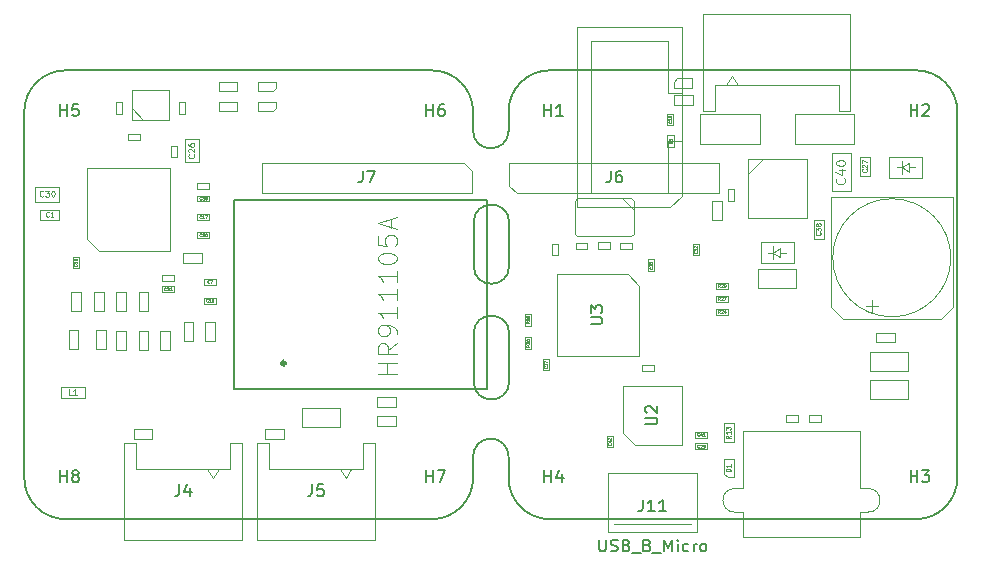
<source format=gbr>
%TF.GenerationSoftware,KiCad,Pcbnew,(7.0.0-0)*%
%TF.CreationDate,2023-05-24T17:39:12+02:00*%
%TF.ProjectId,ethersweep,65746865-7273-4776-9565-702e6b696361,2.0.1*%
%TF.SameCoordinates,Original*%
%TF.FileFunction,AssemblyDrawing,Top*%
%FSLAX46Y46*%
G04 Gerber Fmt 4.6, Leading zero omitted, Abs format (unit mm)*
G04 Created by KiCad (PCBNEW (7.0.0-0)) date 2023-05-24 17:39:12*
%MOMM*%
%LPD*%
G01*
G04 APERTURE LIST*
%ADD10C,0.080000*%
%ADD11C,0.015000*%
%ADD12C,0.150000*%
%ADD13C,0.040000*%
%ADD14C,0.060000*%
%ADD15C,0.120000*%
%ADD16C,0.100000*%
%ADD17C,0.127000*%
%ADD18C,0.300000*%
%TA.AperFunction,Profile*%
%ADD19C,0.150000*%
%TD*%
G04 APERTURE END LIST*
D10*
X160436071Y-33821428D02*
X160459880Y-33845237D01*
X160459880Y-33845237D02*
X160483690Y-33916666D01*
X160483690Y-33916666D02*
X160483690Y-33964285D01*
X160483690Y-33964285D02*
X160459880Y-34035713D01*
X160459880Y-34035713D02*
X160412261Y-34083332D01*
X160412261Y-34083332D02*
X160364642Y-34107142D01*
X160364642Y-34107142D02*
X160269404Y-34130951D01*
X160269404Y-34130951D02*
X160197976Y-34130951D01*
X160197976Y-34130951D02*
X160102738Y-34107142D01*
X160102738Y-34107142D02*
X160055119Y-34083332D01*
X160055119Y-34083332D02*
X160007500Y-34035713D01*
X160007500Y-34035713D02*
X159983690Y-33964285D01*
X159983690Y-33964285D02*
X159983690Y-33916666D01*
X159983690Y-33916666D02*
X160007500Y-33845237D01*
X160007500Y-33845237D02*
X160031309Y-33821428D01*
X160031309Y-33630951D02*
X160007500Y-33607142D01*
X160007500Y-33607142D02*
X159983690Y-33559523D01*
X159983690Y-33559523D02*
X159983690Y-33440475D01*
X159983690Y-33440475D02*
X160007500Y-33392856D01*
X160007500Y-33392856D02*
X160031309Y-33369047D01*
X160031309Y-33369047D02*
X160078928Y-33345237D01*
X160078928Y-33345237D02*
X160126547Y-33345237D01*
X160126547Y-33345237D02*
X160197976Y-33369047D01*
X160197976Y-33369047D02*
X160483690Y-33654761D01*
X160483690Y-33654761D02*
X160483690Y-33345237D01*
X159983690Y-32916666D02*
X159983690Y-33011904D01*
X159983690Y-33011904D02*
X160007500Y-33059523D01*
X160007500Y-33059523D02*
X160031309Y-33083333D01*
X160031309Y-33083333D02*
X160102738Y-33130952D01*
X160102738Y-33130952D02*
X160197976Y-33154761D01*
X160197976Y-33154761D02*
X160388452Y-33154761D01*
X160388452Y-33154761D02*
X160436071Y-33130952D01*
X160436071Y-33130952D02*
X160459880Y-33107142D01*
X160459880Y-33107142D02*
X160483690Y-33059523D01*
X160483690Y-33059523D02*
X160483690Y-32964285D01*
X160483690Y-32964285D02*
X160459880Y-32916666D01*
X160459880Y-32916666D02*
X160436071Y-32892857D01*
X160436071Y-32892857D02*
X160388452Y-32869047D01*
X160388452Y-32869047D02*
X160269404Y-32869047D01*
X160269404Y-32869047D02*
X160221785Y-32892857D01*
X160221785Y-32892857D02*
X160197976Y-32916666D01*
X160197976Y-32916666D02*
X160174166Y-32964285D01*
X160174166Y-32964285D02*
X160174166Y-33059523D01*
X160174166Y-33059523D02*
X160197976Y-33107142D01*
X160197976Y-33107142D02*
X160221785Y-33130952D01*
X160221785Y-33130952D02*
X160269404Y-33154761D01*
X150116666Y-54183690D02*
X149878571Y-54183690D01*
X149878571Y-54183690D02*
X149878571Y-53683690D01*
X150545238Y-54183690D02*
X150259524Y-54183690D01*
X150402381Y-54183690D02*
X150402381Y-53683690D01*
X150402381Y-53683690D02*
X150354762Y-53755119D01*
X150354762Y-53755119D02*
X150307143Y-53802738D01*
X150307143Y-53802738D02*
X150259524Y-53826547D01*
D11*
X177639670Y-52404898D02*
X176034607Y-52404898D01*
X176798923Y-52404898D02*
X176798923Y-51487719D01*
X177639670Y-51487719D02*
X176034607Y-51487719D01*
X177639670Y-49806224D02*
X176875354Y-50341245D01*
X177639670Y-50723403D02*
X176034607Y-50723403D01*
X176034607Y-50723403D02*
X176034607Y-50111950D01*
X176034607Y-50111950D02*
X176111039Y-49959087D01*
X176111039Y-49959087D02*
X176187470Y-49882655D01*
X176187470Y-49882655D02*
X176340333Y-49806224D01*
X176340333Y-49806224D02*
X176569628Y-49806224D01*
X176569628Y-49806224D02*
X176722491Y-49882655D01*
X176722491Y-49882655D02*
X176798923Y-49959087D01*
X176798923Y-49959087D02*
X176875354Y-50111950D01*
X176875354Y-50111950D02*
X176875354Y-50723403D01*
X177639670Y-49041908D02*
X177639670Y-48736182D01*
X177639670Y-48736182D02*
X177563238Y-48583319D01*
X177563238Y-48583319D02*
X177486807Y-48506887D01*
X177486807Y-48506887D02*
X177257512Y-48354024D01*
X177257512Y-48354024D02*
X176951786Y-48277592D01*
X176951786Y-48277592D02*
X176340333Y-48277592D01*
X176340333Y-48277592D02*
X176187470Y-48354024D01*
X176187470Y-48354024D02*
X176111039Y-48430456D01*
X176111039Y-48430456D02*
X176034607Y-48583319D01*
X176034607Y-48583319D02*
X176034607Y-48889045D01*
X176034607Y-48889045D02*
X176111039Y-49041908D01*
X176111039Y-49041908D02*
X176187470Y-49118340D01*
X176187470Y-49118340D02*
X176340333Y-49194771D01*
X176340333Y-49194771D02*
X176722491Y-49194771D01*
X176722491Y-49194771D02*
X176875354Y-49118340D01*
X176875354Y-49118340D02*
X176951786Y-49041908D01*
X176951786Y-49041908D02*
X177028217Y-48889045D01*
X177028217Y-48889045D02*
X177028217Y-48583319D01*
X177028217Y-48583319D02*
X176951786Y-48430456D01*
X176951786Y-48430456D02*
X176875354Y-48354024D01*
X176875354Y-48354024D02*
X176722491Y-48277592D01*
X177639670Y-46748961D02*
X177639670Y-47666140D01*
X177639670Y-47207551D02*
X176034607Y-47207551D01*
X176034607Y-47207551D02*
X176263902Y-47360414D01*
X176263902Y-47360414D02*
X176416765Y-47513277D01*
X176416765Y-47513277D02*
X176493196Y-47666140D01*
X177639670Y-45220330D02*
X177639670Y-46137509D01*
X177639670Y-45678920D02*
X176034607Y-45678920D01*
X176034607Y-45678920D02*
X176263902Y-45831783D01*
X176263902Y-45831783D02*
X176416765Y-45984646D01*
X176416765Y-45984646D02*
X176493196Y-46137509D01*
X177639670Y-43691699D02*
X177639670Y-44608878D01*
X177639670Y-44150289D02*
X176034607Y-44150289D01*
X176034607Y-44150289D02*
X176263902Y-44303152D01*
X176263902Y-44303152D02*
X176416765Y-44456015D01*
X176416765Y-44456015D02*
X176493196Y-44608878D01*
X176034607Y-42698089D02*
X176034607Y-42545226D01*
X176034607Y-42545226D02*
X176111039Y-42392363D01*
X176111039Y-42392363D02*
X176187470Y-42315932D01*
X176187470Y-42315932D02*
X176340333Y-42239500D01*
X176340333Y-42239500D02*
X176646060Y-42163068D01*
X176646060Y-42163068D02*
X177028217Y-42163068D01*
X177028217Y-42163068D02*
X177333944Y-42239500D01*
X177333944Y-42239500D02*
X177486807Y-42315932D01*
X177486807Y-42315932D02*
X177563238Y-42392363D01*
X177563238Y-42392363D02*
X177639670Y-42545226D01*
X177639670Y-42545226D02*
X177639670Y-42698089D01*
X177639670Y-42698089D02*
X177563238Y-42850953D01*
X177563238Y-42850953D02*
X177486807Y-42927384D01*
X177486807Y-42927384D02*
X177333944Y-43003816D01*
X177333944Y-43003816D02*
X177028217Y-43080247D01*
X177028217Y-43080247D02*
X176646060Y-43080247D01*
X176646060Y-43080247D02*
X176340333Y-43003816D01*
X176340333Y-43003816D02*
X176187470Y-42927384D01*
X176187470Y-42927384D02*
X176111039Y-42850953D01*
X176111039Y-42850953D02*
X176034607Y-42698089D01*
X176034607Y-40710869D02*
X176034607Y-41475185D01*
X176034607Y-41475185D02*
X176798923Y-41551616D01*
X176798923Y-41551616D02*
X176722491Y-41475185D01*
X176722491Y-41475185D02*
X176646060Y-41322322D01*
X176646060Y-41322322D02*
X176646060Y-40940164D01*
X176646060Y-40940164D02*
X176722491Y-40787301D01*
X176722491Y-40787301D02*
X176798923Y-40710869D01*
X176798923Y-40710869D02*
X176951786Y-40634437D01*
X176951786Y-40634437D02*
X177333944Y-40634437D01*
X177333944Y-40634437D02*
X177486807Y-40710869D01*
X177486807Y-40710869D02*
X177563238Y-40787301D01*
X177563238Y-40787301D02*
X177639670Y-40940164D01*
X177639670Y-40940164D02*
X177639670Y-41322322D01*
X177639670Y-41322322D02*
X177563238Y-41475185D01*
X177563238Y-41475185D02*
X177486807Y-41551616D01*
X177181081Y-40022985D02*
X177181081Y-39258670D01*
X177639670Y-40175848D02*
X176034607Y-39640827D01*
X176034607Y-39640827D02*
X177639670Y-39105806D01*
D12*
X180138095Y-30567380D02*
X180138095Y-29567380D01*
X180138095Y-30043571D02*
X180709523Y-30043571D01*
X180709523Y-30567380D02*
X180709523Y-29567380D01*
X181614285Y-29567380D02*
X181423809Y-29567380D01*
X181423809Y-29567380D02*
X181328571Y-29615000D01*
X181328571Y-29615000D02*
X181280952Y-29662619D01*
X181280952Y-29662619D02*
X181185714Y-29805476D01*
X181185714Y-29805476D02*
X181138095Y-29995952D01*
X181138095Y-29995952D02*
X181138095Y-30376904D01*
X181138095Y-30376904D02*
X181185714Y-30472142D01*
X181185714Y-30472142D02*
X181233333Y-30519761D01*
X181233333Y-30519761D02*
X181328571Y-30567380D01*
X181328571Y-30567380D02*
X181519047Y-30567380D01*
X181519047Y-30567380D02*
X181614285Y-30519761D01*
X181614285Y-30519761D02*
X181661904Y-30472142D01*
X181661904Y-30472142D02*
X181709523Y-30376904D01*
X181709523Y-30376904D02*
X181709523Y-30138809D01*
X181709523Y-30138809D02*
X181661904Y-30043571D01*
X181661904Y-30043571D02*
X181614285Y-29995952D01*
X181614285Y-29995952D02*
X181519047Y-29948333D01*
X181519047Y-29948333D02*
X181328571Y-29948333D01*
X181328571Y-29948333D02*
X181233333Y-29995952D01*
X181233333Y-29995952D02*
X181185714Y-30043571D01*
X181185714Y-30043571D02*
X181138095Y-30138809D01*
X149138095Y-30567380D02*
X149138095Y-29567380D01*
X149138095Y-30043571D02*
X149709523Y-30043571D01*
X149709523Y-30567380D02*
X149709523Y-29567380D01*
X150661904Y-29567380D02*
X150185714Y-29567380D01*
X150185714Y-29567380D02*
X150138095Y-30043571D01*
X150138095Y-30043571D02*
X150185714Y-29995952D01*
X150185714Y-29995952D02*
X150280952Y-29948333D01*
X150280952Y-29948333D02*
X150519047Y-29948333D01*
X150519047Y-29948333D02*
X150614285Y-29995952D01*
X150614285Y-29995952D02*
X150661904Y-30043571D01*
X150661904Y-30043571D02*
X150709523Y-30138809D01*
X150709523Y-30138809D02*
X150709523Y-30376904D01*
X150709523Y-30376904D02*
X150661904Y-30472142D01*
X150661904Y-30472142D02*
X150614285Y-30519761D01*
X150614285Y-30519761D02*
X150519047Y-30567380D01*
X150519047Y-30567380D02*
X150280952Y-30567380D01*
X150280952Y-30567380D02*
X150185714Y-30519761D01*
X150185714Y-30519761D02*
X150138095Y-30472142D01*
X149138095Y-61567380D02*
X149138095Y-60567380D01*
X149138095Y-61043571D02*
X149709523Y-61043571D01*
X149709523Y-61567380D02*
X149709523Y-60567380D01*
X150328571Y-60995952D02*
X150233333Y-60948333D01*
X150233333Y-60948333D02*
X150185714Y-60900714D01*
X150185714Y-60900714D02*
X150138095Y-60805476D01*
X150138095Y-60805476D02*
X150138095Y-60757857D01*
X150138095Y-60757857D02*
X150185714Y-60662619D01*
X150185714Y-60662619D02*
X150233333Y-60615000D01*
X150233333Y-60615000D02*
X150328571Y-60567380D01*
X150328571Y-60567380D02*
X150519047Y-60567380D01*
X150519047Y-60567380D02*
X150614285Y-60615000D01*
X150614285Y-60615000D02*
X150661904Y-60662619D01*
X150661904Y-60662619D02*
X150709523Y-60757857D01*
X150709523Y-60757857D02*
X150709523Y-60805476D01*
X150709523Y-60805476D02*
X150661904Y-60900714D01*
X150661904Y-60900714D02*
X150614285Y-60948333D01*
X150614285Y-60948333D02*
X150519047Y-60995952D01*
X150519047Y-60995952D02*
X150328571Y-60995952D01*
X150328571Y-60995952D02*
X150233333Y-61043571D01*
X150233333Y-61043571D02*
X150185714Y-61091190D01*
X150185714Y-61091190D02*
X150138095Y-61186428D01*
X150138095Y-61186428D02*
X150138095Y-61376904D01*
X150138095Y-61376904D02*
X150185714Y-61472142D01*
X150185714Y-61472142D02*
X150233333Y-61519761D01*
X150233333Y-61519761D02*
X150328571Y-61567380D01*
X150328571Y-61567380D02*
X150519047Y-61567380D01*
X150519047Y-61567380D02*
X150614285Y-61519761D01*
X150614285Y-61519761D02*
X150661904Y-61472142D01*
X150661904Y-61472142D02*
X150709523Y-61376904D01*
X150709523Y-61376904D02*
X150709523Y-61186428D01*
X150709523Y-61186428D02*
X150661904Y-61091190D01*
X150661904Y-61091190D02*
X150614285Y-61043571D01*
X150614285Y-61043571D02*
X150519047Y-60995952D01*
X180138095Y-61567380D02*
X180138095Y-60567380D01*
X180138095Y-61043571D02*
X180709523Y-61043571D01*
X180709523Y-61567380D02*
X180709523Y-60567380D01*
X181090476Y-60567380D02*
X181757142Y-60567380D01*
X181757142Y-60567380D02*
X181328571Y-61567380D01*
D13*
X161089285Y-37618035D02*
X161077381Y-37629940D01*
X161077381Y-37629940D02*
X161041666Y-37641845D01*
X161041666Y-37641845D02*
X161017857Y-37641845D01*
X161017857Y-37641845D02*
X160982143Y-37629940D01*
X160982143Y-37629940D02*
X160958333Y-37606130D01*
X160958333Y-37606130D02*
X160946428Y-37582321D01*
X160946428Y-37582321D02*
X160934524Y-37534702D01*
X160934524Y-37534702D02*
X160934524Y-37498988D01*
X160934524Y-37498988D02*
X160946428Y-37451369D01*
X160946428Y-37451369D02*
X160958333Y-37427559D01*
X160958333Y-37427559D02*
X160982143Y-37403750D01*
X160982143Y-37403750D02*
X161017857Y-37391845D01*
X161017857Y-37391845D02*
X161041666Y-37391845D01*
X161041666Y-37391845D02*
X161077381Y-37403750D01*
X161077381Y-37403750D02*
X161089285Y-37415654D01*
X161172619Y-37391845D02*
X161327381Y-37391845D01*
X161327381Y-37391845D02*
X161244047Y-37487083D01*
X161244047Y-37487083D02*
X161279762Y-37487083D01*
X161279762Y-37487083D02*
X161303571Y-37498988D01*
X161303571Y-37498988D02*
X161315476Y-37510892D01*
X161315476Y-37510892D02*
X161327381Y-37534702D01*
X161327381Y-37534702D02*
X161327381Y-37594226D01*
X161327381Y-37594226D02*
X161315476Y-37618035D01*
X161315476Y-37618035D02*
X161303571Y-37629940D01*
X161303571Y-37629940D02*
X161279762Y-37641845D01*
X161279762Y-37641845D02*
X161208333Y-37641845D01*
X161208333Y-37641845D02*
X161184524Y-37629940D01*
X161184524Y-37629940D02*
X161172619Y-37618035D01*
X161541666Y-37391845D02*
X161494047Y-37391845D01*
X161494047Y-37391845D02*
X161470238Y-37403750D01*
X161470238Y-37403750D02*
X161458333Y-37415654D01*
X161458333Y-37415654D02*
X161434523Y-37451369D01*
X161434523Y-37451369D02*
X161422619Y-37498988D01*
X161422619Y-37498988D02*
X161422619Y-37594226D01*
X161422619Y-37594226D02*
X161434523Y-37618035D01*
X161434523Y-37618035D02*
X161446428Y-37629940D01*
X161446428Y-37629940D02*
X161470238Y-37641845D01*
X161470238Y-37641845D02*
X161517857Y-37641845D01*
X161517857Y-37641845D02*
X161541666Y-37629940D01*
X161541666Y-37629940D02*
X161553571Y-37618035D01*
X161553571Y-37618035D02*
X161565476Y-37594226D01*
X161565476Y-37594226D02*
X161565476Y-37534702D01*
X161565476Y-37534702D02*
X161553571Y-37510892D01*
X161553571Y-37510892D02*
X161541666Y-37498988D01*
X161541666Y-37498988D02*
X161517857Y-37487083D01*
X161517857Y-37487083D02*
X161470238Y-37487083D01*
X161470238Y-37487083D02*
X161446428Y-37498988D01*
X161446428Y-37498988D02*
X161434523Y-37510892D01*
X161434523Y-37510892D02*
X161422619Y-37534702D01*
D10*
X147728571Y-37336071D02*
X147704762Y-37359880D01*
X147704762Y-37359880D02*
X147633333Y-37383690D01*
X147633333Y-37383690D02*
X147585714Y-37383690D01*
X147585714Y-37383690D02*
X147514286Y-37359880D01*
X147514286Y-37359880D02*
X147466667Y-37312261D01*
X147466667Y-37312261D02*
X147442857Y-37264642D01*
X147442857Y-37264642D02*
X147419048Y-37169404D01*
X147419048Y-37169404D02*
X147419048Y-37097976D01*
X147419048Y-37097976D02*
X147442857Y-37002738D01*
X147442857Y-37002738D02*
X147466667Y-36955119D01*
X147466667Y-36955119D02*
X147514286Y-36907500D01*
X147514286Y-36907500D02*
X147585714Y-36883690D01*
X147585714Y-36883690D02*
X147633333Y-36883690D01*
X147633333Y-36883690D02*
X147704762Y-36907500D01*
X147704762Y-36907500D02*
X147728571Y-36931309D01*
X147895238Y-36883690D02*
X148204762Y-36883690D01*
X148204762Y-36883690D02*
X148038095Y-37074166D01*
X148038095Y-37074166D02*
X148109524Y-37074166D01*
X148109524Y-37074166D02*
X148157143Y-37097976D01*
X148157143Y-37097976D02*
X148180952Y-37121785D01*
X148180952Y-37121785D02*
X148204762Y-37169404D01*
X148204762Y-37169404D02*
X148204762Y-37288452D01*
X148204762Y-37288452D02*
X148180952Y-37336071D01*
X148180952Y-37336071D02*
X148157143Y-37359880D01*
X148157143Y-37359880D02*
X148109524Y-37383690D01*
X148109524Y-37383690D02*
X147966667Y-37383690D01*
X147966667Y-37383690D02*
X147919048Y-37359880D01*
X147919048Y-37359880D02*
X147895238Y-37336071D01*
X148514285Y-36883690D02*
X148561904Y-36883690D01*
X148561904Y-36883690D02*
X148609523Y-36907500D01*
X148609523Y-36907500D02*
X148633333Y-36931309D01*
X148633333Y-36931309D02*
X148657142Y-36978928D01*
X148657142Y-36978928D02*
X148680952Y-37074166D01*
X148680952Y-37074166D02*
X148680952Y-37193214D01*
X148680952Y-37193214D02*
X148657142Y-37288452D01*
X148657142Y-37288452D02*
X148633333Y-37336071D01*
X148633333Y-37336071D02*
X148609523Y-37359880D01*
X148609523Y-37359880D02*
X148561904Y-37383690D01*
X148561904Y-37383690D02*
X148514285Y-37383690D01*
X148514285Y-37383690D02*
X148466666Y-37359880D01*
X148466666Y-37359880D02*
X148442857Y-37336071D01*
X148442857Y-37336071D02*
X148419047Y-37288452D01*
X148419047Y-37288452D02*
X148395238Y-37193214D01*
X148395238Y-37193214D02*
X148395238Y-37074166D01*
X148395238Y-37074166D02*
X148419047Y-36978928D01*
X148419047Y-36978928D02*
X148442857Y-36931309D01*
X148442857Y-36931309D02*
X148466666Y-36907500D01*
X148466666Y-36907500D02*
X148514285Y-36883690D01*
D13*
X161758333Y-44668035D02*
X161746429Y-44679940D01*
X161746429Y-44679940D02*
X161710714Y-44691845D01*
X161710714Y-44691845D02*
X161686905Y-44691845D01*
X161686905Y-44691845D02*
X161651191Y-44679940D01*
X161651191Y-44679940D02*
X161627381Y-44656130D01*
X161627381Y-44656130D02*
X161615476Y-44632321D01*
X161615476Y-44632321D02*
X161603572Y-44584702D01*
X161603572Y-44584702D02*
X161603572Y-44548988D01*
X161603572Y-44548988D02*
X161615476Y-44501369D01*
X161615476Y-44501369D02*
X161627381Y-44477559D01*
X161627381Y-44477559D02*
X161651191Y-44453750D01*
X161651191Y-44453750D02*
X161686905Y-44441845D01*
X161686905Y-44441845D02*
X161710714Y-44441845D01*
X161710714Y-44441845D02*
X161746429Y-44453750D01*
X161746429Y-44453750D02*
X161758333Y-44465654D01*
X161841667Y-44441845D02*
X162008333Y-44441845D01*
X162008333Y-44441845D02*
X161901191Y-44691845D01*
X161639285Y-46268035D02*
X161627381Y-46279940D01*
X161627381Y-46279940D02*
X161591666Y-46291845D01*
X161591666Y-46291845D02*
X161567857Y-46291845D01*
X161567857Y-46291845D02*
X161532143Y-46279940D01*
X161532143Y-46279940D02*
X161508333Y-46256130D01*
X161508333Y-46256130D02*
X161496428Y-46232321D01*
X161496428Y-46232321D02*
X161484524Y-46184702D01*
X161484524Y-46184702D02*
X161484524Y-46148988D01*
X161484524Y-46148988D02*
X161496428Y-46101369D01*
X161496428Y-46101369D02*
X161508333Y-46077559D01*
X161508333Y-46077559D02*
X161532143Y-46053750D01*
X161532143Y-46053750D02*
X161567857Y-46041845D01*
X161567857Y-46041845D02*
X161591666Y-46041845D01*
X161591666Y-46041845D02*
X161627381Y-46053750D01*
X161627381Y-46053750D02*
X161639285Y-46065654D01*
X161877381Y-46291845D02*
X161734524Y-46291845D01*
X161805952Y-46291845D02*
X161805952Y-46041845D01*
X161805952Y-46041845D02*
X161782143Y-46077559D01*
X161782143Y-46077559D02*
X161758333Y-46101369D01*
X161758333Y-46101369D02*
X161734524Y-46113273D01*
X161960714Y-46041845D02*
X162115476Y-46041845D01*
X162115476Y-46041845D02*
X162032142Y-46137083D01*
X162032142Y-46137083D02*
X162067857Y-46137083D01*
X162067857Y-46137083D02*
X162091666Y-46148988D01*
X162091666Y-46148988D02*
X162103571Y-46160892D01*
X162103571Y-46160892D02*
X162115476Y-46184702D01*
X162115476Y-46184702D02*
X162115476Y-46244226D01*
X162115476Y-46244226D02*
X162103571Y-46268035D01*
X162103571Y-46268035D02*
X162091666Y-46279940D01*
X162091666Y-46279940D02*
X162067857Y-46291845D01*
X162067857Y-46291845D02*
X161996428Y-46291845D01*
X161996428Y-46291845D02*
X161972619Y-46279940D01*
X161972619Y-46279940D02*
X161960714Y-46268035D01*
D12*
X190138095Y-30567380D02*
X190138095Y-29567380D01*
X190138095Y-30043571D02*
X190709523Y-30043571D01*
X190709523Y-30567380D02*
X190709523Y-29567380D01*
X191709523Y-30567380D02*
X191138095Y-30567380D01*
X191423809Y-30567380D02*
X191423809Y-29567380D01*
X191423809Y-29567380D02*
X191328571Y-29710238D01*
X191328571Y-29710238D02*
X191233333Y-29805476D01*
X191233333Y-29805476D02*
X191138095Y-29853095D01*
X221138095Y-30567380D02*
X221138095Y-29567380D01*
X221138095Y-30043571D02*
X221709523Y-30043571D01*
X221709523Y-30567380D02*
X221709523Y-29567380D01*
X222138095Y-29662619D02*
X222185714Y-29615000D01*
X222185714Y-29615000D02*
X222280952Y-29567380D01*
X222280952Y-29567380D02*
X222519047Y-29567380D01*
X222519047Y-29567380D02*
X222614285Y-29615000D01*
X222614285Y-29615000D02*
X222661904Y-29662619D01*
X222661904Y-29662619D02*
X222709523Y-29757857D01*
X222709523Y-29757857D02*
X222709523Y-29853095D01*
X222709523Y-29853095D02*
X222661904Y-29995952D01*
X222661904Y-29995952D02*
X222090476Y-30567380D01*
X222090476Y-30567380D02*
X222709523Y-30567380D01*
X190138095Y-61567380D02*
X190138095Y-60567380D01*
X190138095Y-61043571D02*
X190709523Y-61043571D01*
X190709523Y-61567380D02*
X190709523Y-60567380D01*
X191614285Y-60900714D02*
X191614285Y-61567380D01*
X191376190Y-60519761D02*
X191138095Y-61234047D01*
X191138095Y-61234047D02*
X191757142Y-61234047D01*
X221138095Y-61542381D02*
X221138095Y-60542381D01*
X221138095Y-61018572D02*
X221709523Y-61018572D01*
X221709523Y-61542381D02*
X221709523Y-60542381D01*
X222090476Y-60542381D02*
X222709523Y-60542381D01*
X222709523Y-60542381D02*
X222376190Y-60923334D01*
X222376190Y-60923334D02*
X222519047Y-60923334D01*
X222519047Y-60923334D02*
X222614285Y-60970953D01*
X222614285Y-60970953D02*
X222661904Y-61018572D01*
X222661904Y-61018572D02*
X222709523Y-61113810D01*
X222709523Y-61113810D02*
X222709523Y-61351905D01*
X222709523Y-61351905D02*
X222661904Y-61447143D01*
X222661904Y-61447143D02*
X222614285Y-61494762D01*
X222614285Y-61494762D02*
X222519047Y-61542381D01*
X222519047Y-61542381D02*
X222233333Y-61542381D01*
X222233333Y-61542381D02*
X222138095Y-61494762D01*
X222138095Y-61494762D02*
X222090476Y-61447143D01*
D14*
X205896952Y-60665237D02*
X205496952Y-60665237D01*
X205496952Y-60665237D02*
X205496952Y-60569999D01*
X205496952Y-60569999D02*
X205516000Y-60512856D01*
X205516000Y-60512856D02*
X205554095Y-60474761D01*
X205554095Y-60474761D02*
X205592190Y-60455714D01*
X205592190Y-60455714D02*
X205668380Y-60436666D01*
X205668380Y-60436666D02*
X205725523Y-60436666D01*
X205725523Y-60436666D02*
X205801714Y-60455714D01*
X205801714Y-60455714D02*
X205839809Y-60474761D01*
X205839809Y-60474761D02*
X205877904Y-60512856D01*
X205877904Y-60512856D02*
X205896952Y-60569999D01*
X205896952Y-60569999D02*
X205896952Y-60665237D01*
X205896952Y-60055714D02*
X205896952Y-60284285D01*
X205896952Y-60169999D02*
X205496952Y-60169999D01*
X205496952Y-60169999D02*
X205554095Y-60208095D01*
X205554095Y-60208095D02*
X205592190Y-60246190D01*
X205592190Y-60246190D02*
X205611238Y-60284285D01*
X205896952Y-57627142D02*
X205706476Y-57760475D01*
X205896952Y-57855713D02*
X205496952Y-57855713D01*
X205496952Y-57855713D02*
X205496952Y-57703332D01*
X205496952Y-57703332D02*
X205516000Y-57665237D01*
X205516000Y-57665237D02*
X205535047Y-57646190D01*
X205535047Y-57646190D02*
X205573142Y-57627142D01*
X205573142Y-57627142D02*
X205630285Y-57627142D01*
X205630285Y-57627142D02*
X205668380Y-57646190D01*
X205668380Y-57646190D02*
X205687428Y-57665237D01*
X205687428Y-57665237D02*
X205706476Y-57703332D01*
X205706476Y-57703332D02*
X205706476Y-57855713D01*
X205896952Y-57246190D02*
X205896952Y-57474761D01*
X205896952Y-57360475D02*
X205496952Y-57360475D01*
X205496952Y-57360475D02*
X205554095Y-57398571D01*
X205554095Y-57398571D02*
X205592190Y-57436666D01*
X205592190Y-57436666D02*
X205611238Y-57474761D01*
X205496952Y-57112857D02*
X205496952Y-56865238D01*
X205496952Y-56865238D02*
X205649333Y-56998571D01*
X205649333Y-56998571D02*
X205649333Y-56941428D01*
X205649333Y-56941428D02*
X205668380Y-56903333D01*
X205668380Y-56903333D02*
X205687428Y-56884285D01*
X205687428Y-56884285D02*
X205725523Y-56865238D01*
X205725523Y-56865238D02*
X205820761Y-56865238D01*
X205820761Y-56865238D02*
X205858857Y-56884285D01*
X205858857Y-56884285D02*
X205877904Y-56903333D01*
X205877904Y-56903333D02*
X205896952Y-56941428D01*
X205896952Y-56941428D02*
X205896952Y-57055714D01*
X205896952Y-57055714D02*
X205877904Y-57093809D01*
X205877904Y-57093809D02*
X205858857Y-57112857D01*
D13*
X161089285Y-40738035D02*
X161077381Y-40749940D01*
X161077381Y-40749940D02*
X161041666Y-40761845D01*
X161041666Y-40761845D02*
X161017857Y-40761845D01*
X161017857Y-40761845D02*
X160982143Y-40749940D01*
X160982143Y-40749940D02*
X160958333Y-40726130D01*
X160958333Y-40726130D02*
X160946428Y-40702321D01*
X160946428Y-40702321D02*
X160934524Y-40654702D01*
X160934524Y-40654702D02*
X160934524Y-40618988D01*
X160934524Y-40618988D02*
X160946428Y-40571369D01*
X160946428Y-40571369D02*
X160958333Y-40547559D01*
X160958333Y-40547559D02*
X160982143Y-40523750D01*
X160982143Y-40523750D02*
X161017857Y-40511845D01*
X161017857Y-40511845D02*
X161041666Y-40511845D01*
X161041666Y-40511845D02*
X161077381Y-40523750D01*
X161077381Y-40523750D02*
X161089285Y-40535654D01*
X161184524Y-40535654D02*
X161196428Y-40523750D01*
X161196428Y-40523750D02*
X161220238Y-40511845D01*
X161220238Y-40511845D02*
X161279762Y-40511845D01*
X161279762Y-40511845D02*
X161303571Y-40523750D01*
X161303571Y-40523750D02*
X161315476Y-40535654D01*
X161315476Y-40535654D02*
X161327381Y-40559464D01*
X161327381Y-40559464D02*
X161327381Y-40583273D01*
X161327381Y-40583273D02*
X161315476Y-40618988D01*
X161315476Y-40618988D02*
X161172619Y-40761845D01*
X161172619Y-40761845D02*
X161327381Y-40761845D01*
X161482142Y-40511845D02*
X161505952Y-40511845D01*
X161505952Y-40511845D02*
X161529761Y-40523750D01*
X161529761Y-40523750D02*
X161541666Y-40535654D01*
X161541666Y-40535654D02*
X161553571Y-40559464D01*
X161553571Y-40559464D02*
X161565476Y-40607083D01*
X161565476Y-40607083D02*
X161565476Y-40666607D01*
X161565476Y-40666607D02*
X161553571Y-40714226D01*
X161553571Y-40714226D02*
X161541666Y-40738035D01*
X161541666Y-40738035D02*
X161529761Y-40749940D01*
X161529761Y-40749940D02*
X161505952Y-40761845D01*
X161505952Y-40761845D02*
X161482142Y-40761845D01*
X161482142Y-40761845D02*
X161458333Y-40749940D01*
X161458333Y-40749940D02*
X161446428Y-40738035D01*
X161446428Y-40738035D02*
X161434523Y-40714226D01*
X161434523Y-40714226D02*
X161422619Y-40666607D01*
X161422619Y-40666607D02*
X161422619Y-40607083D01*
X161422619Y-40607083D02*
X161434523Y-40559464D01*
X161434523Y-40559464D02*
X161446428Y-40535654D01*
X161446428Y-40535654D02*
X161458333Y-40523750D01*
X161458333Y-40523750D02*
X161482142Y-40511845D01*
X158091685Y-45310435D02*
X158079781Y-45322340D01*
X158079781Y-45322340D02*
X158044066Y-45334245D01*
X158044066Y-45334245D02*
X158020257Y-45334245D01*
X158020257Y-45334245D02*
X157984543Y-45322340D01*
X157984543Y-45322340D02*
X157960733Y-45298530D01*
X157960733Y-45298530D02*
X157948828Y-45274721D01*
X157948828Y-45274721D02*
X157936924Y-45227102D01*
X157936924Y-45227102D02*
X157936924Y-45191388D01*
X157936924Y-45191388D02*
X157948828Y-45143769D01*
X157948828Y-45143769D02*
X157960733Y-45119959D01*
X157960733Y-45119959D02*
X157984543Y-45096150D01*
X157984543Y-45096150D02*
X158020257Y-45084245D01*
X158020257Y-45084245D02*
X158044066Y-45084245D01*
X158044066Y-45084245D02*
X158079781Y-45096150D01*
X158079781Y-45096150D02*
X158091685Y-45108054D01*
X158186924Y-45108054D02*
X158198828Y-45096150D01*
X158198828Y-45096150D02*
X158222638Y-45084245D01*
X158222638Y-45084245D02*
X158282162Y-45084245D01*
X158282162Y-45084245D02*
X158305971Y-45096150D01*
X158305971Y-45096150D02*
X158317876Y-45108054D01*
X158317876Y-45108054D02*
X158329781Y-45131864D01*
X158329781Y-45131864D02*
X158329781Y-45155673D01*
X158329781Y-45155673D02*
X158317876Y-45191388D01*
X158317876Y-45191388D02*
X158175019Y-45334245D01*
X158175019Y-45334245D02*
X158329781Y-45334245D01*
X158567876Y-45334245D02*
X158425019Y-45334245D01*
X158496447Y-45334245D02*
X158496447Y-45084245D01*
X158496447Y-45084245D02*
X158472638Y-45119959D01*
X158472638Y-45119959D02*
X158448828Y-45143769D01*
X158448828Y-45143769D02*
X158425019Y-45155673D01*
X203239285Y-58613035D02*
X203227381Y-58624940D01*
X203227381Y-58624940D02*
X203191666Y-58636845D01*
X203191666Y-58636845D02*
X203167857Y-58636845D01*
X203167857Y-58636845D02*
X203132143Y-58624940D01*
X203132143Y-58624940D02*
X203108333Y-58601130D01*
X203108333Y-58601130D02*
X203096428Y-58577321D01*
X203096428Y-58577321D02*
X203084524Y-58529702D01*
X203084524Y-58529702D02*
X203084524Y-58493988D01*
X203084524Y-58493988D02*
X203096428Y-58446369D01*
X203096428Y-58446369D02*
X203108333Y-58422559D01*
X203108333Y-58422559D02*
X203132143Y-58398750D01*
X203132143Y-58398750D02*
X203167857Y-58386845D01*
X203167857Y-58386845D02*
X203191666Y-58386845D01*
X203191666Y-58386845D02*
X203227381Y-58398750D01*
X203227381Y-58398750D02*
X203239285Y-58410654D01*
X203334524Y-58410654D02*
X203346428Y-58398750D01*
X203346428Y-58398750D02*
X203370238Y-58386845D01*
X203370238Y-58386845D02*
X203429762Y-58386845D01*
X203429762Y-58386845D02*
X203453571Y-58398750D01*
X203453571Y-58398750D02*
X203465476Y-58410654D01*
X203465476Y-58410654D02*
X203477381Y-58434464D01*
X203477381Y-58434464D02*
X203477381Y-58458273D01*
X203477381Y-58458273D02*
X203465476Y-58493988D01*
X203465476Y-58493988D02*
X203322619Y-58636845D01*
X203322619Y-58636845D02*
X203477381Y-58636845D01*
X203596428Y-58636845D02*
X203644047Y-58636845D01*
X203644047Y-58636845D02*
X203667857Y-58624940D01*
X203667857Y-58624940D02*
X203679761Y-58613035D01*
X203679761Y-58613035D02*
X203703571Y-58577321D01*
X203703571Y-58577321D02*
X203715476Y-58529702D01*
X203715476Y-58529702D02*
X203715476Y-58434464D01*
X203715476Y-58434464D02*
X203703571Y-58410654D01*
X203703571Y-58410654D02*
X203691666Y-58398750D01*
X203691666Y-58398750D02*
X203667857Y-58386845D01*
X203667857Y-58386845D02*
X203620238Y-58386845D01*
X203620238Y-58386845D02*
X203596428Y-58398750D01*
X203596428Y-58398750D02*
X203584523Y-58410654D01*
X203584523Y-58410654D02*
X203572619Y-58434464D01*
X203572619Y-58434464D02*
X203572619Y-58493988D01*
X203572619Y-58493988D02*
X203584523Y-58517797D01*
X203584523Y-58517797D02*
X203596428Y-58529702D01*
X203596428Y-58529702D02*
X203620238Y-58541607D01*
X203620238Y-58541607D02*
X203667857Y-58541607D01*
X203667857Y-58541607D02*
X203691666Y-58529702D01*
X203691666Y-58529702D02*
X203703571Y-58517797D01*
X203703571Y-58517797D02*
X203715476Y-58493988D01*
X188870519Y-49962142D02*
X188746709Y-50048809D01*
X188870519Y-50110714D02*
X188610519Y-50110714D01*
X188610519Y-50110714D02*
X188610519Y-50011666D01*
X188610519Y-50011666D02*
X188622900Y-49986904D01*
X188622900Y-49986904D02*
X188635280Y-49974523D01*
X188635280Y-49974523D02*
X188660042Y-49962142D01*
X188660042Y-49962142D02*
X188697185Y-49962142D01*
X188697185Y-49962142D02*
X188721947Y-49974523D01*
X188721947Y-49974523D02*
X188734328Y-49986904D01*
X188734328Y-49986904D02*
X188746709Y-50011666D01*
X188746709Y-50011666D02*
X188746709Y-50110714D01*
X188610519Y-49875476D02*
X188610519Y-49714523D01*
X188610519Y-49714523D02*
X188709566Y-49801190D01*
X188709566Y-49801190D02*
X188709566Y-49764047D01*
X188709566Y-49764047D02*
X188721947Y-49739285D01*
X188721947Y-49739285D02*
X188734328Y-49726904D01*
X188734328Y-49726904D02*
X188759090Y-49714523D01*
X188759090Y-49714523D02*
X188820995Y-49714523D01*
X188820995Y-49714523D02*
X188845757Y-49726904D01*
X188845757Y-49726904D02*
X188858138Y-49739285D01*
X188858138Y-49739285D02*
X188870519Y-49764047D01*
X188870519Y-49764047D02*
X188870519Y-49838333D01*
X188870519Y-49838333D02*
X188858138Y-49863095D01*
X188858138Y-49863095D02*
X188845757Y-49875476D01*
X188610519Y-49553571D02*
X188610519Y-49528809D01*
X188610519Y-49528809D02*
X188622900Y-49504047D01*
X188622900Y-49504047D02*
X188635280Y-49491666D01*
X188635280Y-49491666D02*
X188660042Y-49479285D01*
X188660042Y-49479285D02*
X188709566Y-49466904D01*
X188709566Y-49466904D02*
X188771471Y-49466904D01*
X188771471Y-49466904D02*
X188820995Y-49479285D01*
X188820995Y-49479285D02*
X188845757Y-49491666D01*
X188845757Y-49491666D02*
X188858138Y-49504047D01*
X188858138Y-49504047D02*
X188870519Y-49528809D01*
X188870519Y-49528809D02*
X188870519Y-49553571D01*
X188870519Y-49553571D02*
X188858138Y-49578333D01*
X188858138Y-49578333D02*
X188845757Y-49590714D01*
X188845757Y-49590714D02*
X188820995Y-49603095D01*
X188820995Y-49603095D02*
X188771471Y-49615476D01*
X188771471Y-49615476D02*
X188709566Y-49615476D01*
X188709566Y-49615476D02*
X188660042Y-49603095D01*
X188660042Y-49603095D02*
X188635280Y-49590714D01*
X188635280Y-49590714D02*
X188622900Y-49578333D01*
X188622900Y-49578333D02*
X188610519Y-49553571D01*
D14*
X217408857Y-35077142D02*
X217427904Y-35096190D01*
X217427904Y-35096190D02*
X217446952Y-35153332D01*
X217446952Y-35153332D02*
X217446952Y-35191428D01*
X217446952Y-35191428D02*
X217427904Y-35248571D01*
X217427904Y-35248571D02*
X217389809Y-35286666D01*
X217389809Y-35286666D02*
X217351714Y-35305713D01*
X217351714Y-35305713D02*
X217275523Y-35324761D01*
X217275523Y-35324761D02*
X217218380Y-35324761D01*
X217218380Y-35324761D02*
X217142190Y-35305713D01*
X217142190Y-35305713D02*
X217104095Y-35286666D01*
X217104095Y-35286666D02*
X217066000Y-35248571D01*
X217066000Y-35248571D02*
X217046952Y-35191428D01*
X217046952Y-35191428D02*
X217046952Y-35153332D01*
X217046952Y-35153332D02*
X217066000Y-35096190D01*
X217066000Y-35096190D02*
X217085047Y-35077142D01*
X217085047Y-34924761D02*
X217066000Y-34905713D01*
X217066000Y-34905713D02*
X217046952Y-34867618D01*
X217046952Y-34867618D02*
X217046952Y-34772380D01*
X217046952Y-34772380D02*
X217066000Y-34734285D01*
X217066000Y-34734285D02*
X217085047Y-34715237D01*
X217085047Y-34715237D02*
X217123142Y-34696190D01*
X217123142Y-34696190D02*
X217161238Y-34696190D01*
X217161238Y-34696190D02*
X217218380Y-34715237D01*
X217218380Y-34715237D02*
X217446952Y-34943809D01*
X217446952Y-34943809D02*
X217446952Y-34696190D01*
X217046952Y-34562857D02*
X217046952Y-34296190D01*
X217046952Y-34296190D02*
X217446952Y-34467619D01*
D13*
X203239285Y-57613035D02*
X203227381Y-57624940D01*
X203227381Y-57624940D02*
X203191666Y-57636845D01*
X203191666Y-57636845D02*
X203167857Y-57636845D01*
X203167857Y-57636845D02*
X203132143Y-57624940D01*
X203132143Y-57624940D02*
X203108333Y-57601130D01*
X203108333Y-57601130D02*
X203096428Y-57577321D01*
X203096428Y-57577321D02*
X203084524Y-57529702D01*
X203084524Y-57529702D02*
X203084524Y-57493988D01*
X203084524Y-57493988D02*
X203096428Y-57446369D01*
X203096428Y-57446369D02*
X203108333Y-57422559D01*
X203108333Y-57422559D02*
X203132143Y-57398750D01*
X203132143Y-57398750D02*
X203167857Y-57386845D01*
X203167857Y-57386845D02*
X203191666Y-57386845D01*
X203191666Y-57386845D02*
X203227381Y-57398750D01*
X203227381Y-57398750D02*
X203239285Y-57410654D01*
X203453571Y-57470178D02*
X203453571Y-57636845D01*
X203394047Y-57374940D02*
X203334524Y-57553511D01*
X203334524Y-57553511D02*
X203489285Y-57553511D01*
X203715476Y-57636845D02*
X203572619Y-57636845D01*
X203644047Y-57636845D02*
X203644047Y-57386845D01*
X203644047Y-57386845D02*
X203620238Y-57422559D01*
X203620238Y-57422559D02*
X203596428Y-57446369D01*
X203596428Y-57446369D02*
X203572619Y-57458273D01*
D12*
X194763690Y-66437380D02*
X194763690Y-67246904D01*
X194763690Y-67246904D02*
X194811309Y-67342142D01*
X194811309Y-67342142D02*
X194858928Y-67389761D01*
X194858928Y-67389761D02*
X194954166Y-67437380D01*
X194954166Y-67437380D02*
X195144642Y-67437380D01*
X195144642Y-67437380D02*
X195239880Y-67389761D01*
X195239880Y-67389761D02*
X195287499Y-67342142D01*
X195287499Y-67342142D02*
X195335118Y-67246904D01*
X195335118Y-67246904D02*
X195335118Y-66437380D01*
X195763690Y-67389761D02*
X195906547Y-67437380D01*
X195906547Y-67437380D02*
X196144642Y-67437380D01*
X196144642Y-67437380D02*
X196239880Y-67389761D01*
X196239880Y-67389761D02*
X196287499Y-67342142D01*
X196287499Y-67342142D02*
X196335118Y-67246904D01*
X196335118Y-67246904D02*
X196335118Y-67151666D01*
X196335118Y-67151666D02*
X196287499Y-67056428D01*
X196287499Y-67056428D02*
X196239880Y-67008809D01*
X196239880Y-67008809D02*
X196144642Y-66961190D01*
X196144642Y-66961190D02*
X195954166Y-66913571D01*
X195954166Y-66913571D02*
X195858928Y-66865952D01*
X195858928Y-66865952D02*
X195811309Y-66818333D01*
X195811309Y-66818333D02*
X195763690Y-66723095D01*
X195763690Y-66723095D02*
X195763690Y-66627857D01*
X195763690Y-66627857D02*
X195811309Y-66532619D01*
X195811309Y-66532619D02*
X195858928Y-66485000D01*
X195858928Y-66485000D02*
X195954166Y-66437380D01*
X195954166Y-66437380D02*
X196192261Y-66437380D01*
X196192261Y-66437380D02*
X196335118Y-66485000D01*
X197097023Y-66913571D02*
X197239880Y-66961190D01*
X197239880Y-66961190D02*
X197287499Y-67008809D01*
X197287499Y-67008809D02*
X197335118Y-67104047D01*
X197335118Y-67104047D02*
X197335118Y-67246904D01*
X197335118Y-67246904D02*
X197287499Y-67342142D01*
X197287499Y-67342142D02*
X197239880Y-67389761D01*
X197239880Y-67389761D02*
X197144642Y-67437380D01*
X197144642Y-67437380D02*
X196763690Y-67437380D01*
X196763690Y-67437380D02*
X196763690Y-66437380D01*
X196763690Y-66437380D02*
X197097023Y-66437380D01*
X197097023Y-66437380D02*
X197192261Y-66485000D01*
X197192261Y-66485000D02*
X197239880Y-66532619D01*
X197239880Y-66532619D02*
X197287499Y-66627857D01*
X197287499Y-66627857D02*
X197287499Y-66723095D01*
X197287499Y-66723095D02*
X197239880Y-66818333D01*
X197239880Y-66818333D02*
X197192261Y-66865952D01*
X197192261Y-66865952D02*
X197097023Y-66913571D01*
X197097023Y-66913571D02*
X196763690Y-66913571D01*
X197525595Y-67532619D02*
X198287499Y-67532619D01*
X198858928Y-66913571D02*
X199001785Y-66961190D01*
X199001785Y-66961190D02*
X199049404Y-67008809D01*
X199049404Y-67008809D02*
X199097023Y-67104047D01*
X199097023Y-67104047D02*
X199097023Y-67246904D01*
X199097023Y-67246904D02*
X199049404Y-67342142D01*
X199049404Y-67342142D02*
X199001785Y-67389761D01*
X199001785Y-67389761D02*
X198906547Y-67437380D01*
X198906547Y-67437380D02*
X198525595Y-67437380D01*
X198525595Y-67437380D02*
X198525595Y-66437380D01*
X198525595Y-66437380D02*
X198858928Y-66437380D01*
X198858928Y-66437380D02*
X198954166Y-66485000D01*
X198954166Y-66485000D02*
X199001785Y-66532619D01*
X199001785Y-66532619D02*
X199049404Y-66627857D01*
X199049404Y-66627857D02*
X199049404Y-66723095D01*
X199049404Y-66723095D02*
X199001785Y-66818333D01*
X199001785Y-66818333D02*
X198954166Y-66865952D01*
X198954166Y-66865952D02*
X198858928Y-66913571D01*
X198858928Y-66913571D02*
X198525595Y-66913571D01*
X199287500Y-67532619D02*
X200049404Y-67532619D01*
X200287500Y-67437380D02*
X200287500Y-66437380D01*
X200287500Y-66437380D02*
X200620833Y-67151666D01*
X200620833Y-67151666D02*
X200954166Y-66437380D01*
X200954166Y-66437380D02*
X200954166Y-67437380D01*
X201430357Y-67437380D02*
X201430357Y-66770714D01*
X201430357Y-66437380D02*
X201382738Y-66485000D01*
X201382738Y-66485000D02*
X201430357Y-66532619D01*
X201430357Y-66532619D02*
X201477976Y-66485000D01*
X201477976Y-66485000D02*
X201430357Y-66437380D01*
X201430357Y-66437380D02*
X201430357Y-66532619D01*
X202335118Y-67389761D02*
X202239880Y-67437380D01*
X202239880Y-67437380D02*
X202049404Y-67437380D01*
X202049404Y-67437380D02*
X201954166Y-67389761D01*
X201954166Y-67389761D02*
X201906547Y-67342142D01*
X201906547Y-67342142D02*
X201858928Y-67246904D01*
X201858928Y-67246904D02*
X201858928Y-66961190D01*
X201858928Y-66961190D02*
X201906547Y-66865952D01*
X201906547Y-66865952D02*
X201954166Y-66818333D01*
X201954166Y-66818333D02*
X202049404Y-66770714D01*
X202049404Y-66770714D02*
X202239880Y-66770714D01*
X202239880Y-66770714D02*
X202335118Y-66818333D01*
X202763690Y-67437380D02*
X202763690Y-66770714D01*
X202763690Y-66961190D02*
X202811309Y-66865952D01*
X202811309Y-66865952D02*
X202858928Y-66818333D01*
X202858928Y-66818333D02*
X202954166Y-66770714D01*
X202954166Y-66770714D02*
X203049404Y-66770714D01*
X203525595Y-67437380D02*
X203430357Y-67389761D01*
X203430357Y-67389761D02*
X203382738Y-67342142D01*
X203382738Y-67342142D02*
X203335119Y-67246904D01*
X203335119Y-67246904D02*
X203335119Y-66961190D01*
X203335119Y-66961190D02*
X203382738Y-66865952D01*
X203382738Y-66865952D02*
X203430357Y-66818333D01*
X203430357Y-66818333D02*
X203525595Y-66770714D01*
X203525595Y-66770714D02*
X203668452Y-66770714D01*
X203668452Y-66770714D02*
X203763690Y-66818333D01*
X203763690Y-66818333D02*
X203811309Y-66865952D01*
X203811309Y-66865952D02*
X203858928Y-66961190D01*
X203858928Y-66961190D02*
X203858928Y-67246904D01*
X203858928Y-67246904D02*
X203811309Y-67342142D01*
X203811309Y-67342142D02*
X203763690Y-67389761D01*
X203763690Y-67389761D02*
X203668452Y-67437380D01*
X203668452Y-67437380D02*
X203525595Y-67437380D01*
X198477976Y-63037380D02*
X198477976Y-63751666D01*
X198477976Y-63751666D02*
X198430357Y-63894523D01*
X198430357Y-63894523D02*
X198335119Y-63989761D01*
X198335119Y-63989761D02*
X198192262Y-64037380D01*
X198192262Y-64037380D02*
X198097024Y-64037380D01*
X199477976Y-64037380D02*
X198906548Y-64037380D01*
X199192262Y-64037380D02*
X199192262Y-63037380D01*
X199192262Y-63037380D02*
X199097024Y-63180238D01*
X199097024Y-63180238D02*
X199001786Y-63275476D01*
X199001786Y-63275476D02*
X198906548Y-63323095D01*
X200430357Y-64037380D02*
X199858929Y-64037380D01*
X200144643Y-64037380D02*
X200144643Y-63037380D01*
X200144643Y-63037380D02*
X200049405Y-63180238D01*
X200049405Y-63180238D02*
X199954167Y-63275476D01*
X199954167Y-63275476D02*
X199858929Y-63323095D01*
X174764266Y-35186380D02*
X174764266Y-35900666D01*
X174764266Y-35900666D02*
X174716647Y-36043523D01*
X174716647Y-36043523D02*
X174621409Y-36138761D01*
X174621409Y-36138761D02*
X174478552Y-36186380D01*
X174478552Y-36186380D02*
X174383314Y-36186380D01*
X175145219Y-35186380D02*
X175811885Y-35186380D01*
X175811885Y-35186380D02*
X175383314Y-36186380D01*
D13*
X200905519Y-32743332D02*
X200781709Y-32829999D01*
X200905519Y-32891904D02*
X200645519Y-32891904D01*
X200645519Y-32891904D02*
X200645519Y-32792856D01*
X200645519Y-32792856D02*
X200657900Y-32768094D01*
X200657900Y-32768094D02*
X200670280Y-32755713D01*
X200670280Y-32755713D02*
X200695042Y-32743332D01*
X200695042Y-32743332D02*
X200732185Y-32743332D01*
X200732185Y-32743332D02*
X200756947Y-32755713D01*
X200756947Y-32755713D02*
X200769328Y-32768094D01*
X200769328Y-32768094D02*
X200781709Y-32792856D01*
X200781709Y-32792856D02*
X200781709Y-32891904D01*
X200645519Y-32656666D02*
X200645519Y-32495713D01*
X200645519Y-32495713D02*
X200744566Y-32582380D01*
X200744566Y-32582380D02*
X200744566Y-32545237D01*
X200744566Y-32545237D02*
X200756947Y-32520475D01*
X200756947Y-32520475D02*
X200769328Y-32508094D01*
X200769328Y-32508094D02*
X200794090Y-32495713D01*
X200794090Y-32495713D02*
X200855995Y-32495713D01*
X200855995Y-32495713D02*
X200880757Y-32508094D01*
X200880757Y-32508094D02*
X200893138Y-32520475D01*
X200893138Y-32520475D02*
X200905519Y-32545237D01*
X200905519Y-32545237D02*
X200905519Y-32619523D01*
X200905519Y-32619523D02*
X200893138Y-32644285D01*
X200893138Y-32644285D02*
X200880757Y-32656666D01*
D12*
X170466666Y-61754880D02*
X170466666Y-62469166D01*
X170466666Y-62469166D02*
X170419047Y-62612023D01*
X170419047Y-62612023D02*
X170323809Y-62707261D01*
X170323809Y-62707261D02*
X170180952Y-62754880D01*
X170180952Y-62754880D02*
X170085714Y-62754880D01*
X171419047Y-61754880D02*
X170942857Y-61754880D01*
X170942857Y-61754880D02*
X170895238Y-62231071D01*
X170895238Y-62231071D02*
X170942857Y-62183452D01*
X170942857Y-62183452D02*
X171038095Y-62135833D01*
X171038095Y-62135833D02*
X171276190Y-62135833D01*
X171276190Y-62135833D02*
X171371428Y-62183452D01*
X171371428Y-62183452D02*
X171419047Y-62231071D01*
X171419047Y-62231071D02*
X171466666Y-62326309D01*
X171466666Y-62326309D02*
X171466666Y-62564404D01*
X171466666Y-62564404D02*
X171419047Y-62659642D01*
X171419047Y-62659642D02*
X171371428Y-62707261D01*
X171371428Y-62707261D02*
X171276190Y-62754880D01*
X171276190Y-62754880D02*
X171038095Y-62754880D01*
X171038095Y-62754880D02*
X170942857Y-62707261D01*
X170942857Y-62707261D02*
X170895238Y-62659642D01*
D15*
X215542714Y-35834285D02*
X215580809Y-35872381D01*
X215580809Y-35872381D02*
X215618904Y-35986666D01*
X215618904Y-35986666D02*
X215618904Y-36062857D01*
X215618904Y-36062857D02*
X215580809Y-36177143D01*
X215580809Y-36177143D02*
X215504619Y-36253333D01*
X215504619Y-36253333D02*
X215428428Y-36291428D01*
X215428428Y-36291428D02*
X215276047Y-36329524D01*
X215276047Y-36329524D02*
X215161761Y-36329524D01*
X215161761Y-36329524D02*
X215009380Y-36291428D01*
X215009380Y-36291428D02*
X214933190Y-36253333D01*
X214933190Y-36253333D02*
X214857000Y-36177143D01*
X214857000Y-36177143D02*
X214818904Y-36062857D01*
X214818904Y-36062857D02*
X214818904Y-35986666D01*
X214818904Y-35986666D02*
X214857000Y-35872381D01*
X214857000Y-35872381D02*
X214895095Y-35834285D01*
X215085571Y-35148571D02*
X215618904Y-35148571D01*
X214780809Y-35339047D02*
X215352238Y-35529524D01*
X215352238Y-35529524D02*
X215352238Y-35034285D01*
X214818904Y-34577142D02*
X214818904Y-34500952D01*
X214818904Y-34500952D02*
X214857000Y-34424761D01*
X214857000Y-34424761D02*
X214895095Y-34386666D01*
X214895095Y-34386666D02*
X214971285Y-34348571D01*
X214971285Y-34348571D02*
X215123666Y-34310476D01*
X215123666Y-34310476D02*
X215314142Y-34310476D01*
X215314142Y-34310476D02*
X215466523Y-34348571D01*
X215466523Y-34348571D02*
X215542714Y-34386666D01*
X215542714Y-34386666D02*
X215580809Y-34424761D01*
X215580809Y-34424761D02*
X215618904Y-34500952D01*
X215618904Y-34500952D02*
X215618904Y-34577142D01*
X215618904Y-34577142D02*
X215580809Y-34653333D01*
X215580809Y-34653333D02*
X215542714Y-34691428D01*
X215542714Y-34691428D02*
X215466523Y-34729523D01*
X215466523Y-34729523D02*
X215314142Y-34767619D01*
X215314142Y-34767619D02*
X215123666Y-34767619D01*
X215123666Y-34767619D02*
X214971285Y-34729523D01*
X214971285Y-34729523D02*
X214895095Y-34691428D01*
X214895095Y-34691428D02*
X214857000Y-34653333D01*
X214857000Y-34653333D02*
X214818904Y-34577142D01*
D12*
X159216666Y-61754880D02*
X159216666Y-62469166D01*
X159216666Y-62469166D02*
X159169047Y-62612023D01*
X159169047Y-62612023D02*
X159073809Y-62707261D01*
X159073809Y-62707261D02*
X158930952Y-62754880D01*
X158930952Y-62754880D02*
X158835714Y-62754880D01*
X160121428Y-62088214D02*
X160121428Y-62754880D01*
X159883333Y-61707261D02*
X159645238Y-62421547D01*
X159645238Y-62421547D02*
X160264285Y-62421547D01*
D13*
X204982857Y-46165519D02*
X204896190Y-46041709D01*
X204834285Y-46165519D02*
X204834285Y-45905519D01*
X204834285Y-45905519D02*
X204933333Y-45905519D01*
X204933333Y-45905519D02*
X204958095Y-45917900D01*
X204958095Y-45917900D02*
X204970476Y-45930280D01*
X204970476Y-45930280D02*
X204982857Y-45955042D01*
X204982857Y-45955042D02*
X204982857Y-45992185D01*
X204982857Y-45992185D02*
X204970476Y-46016947D01*
X204970476Y-46016947D02*
X204958095Y-46029328D01*
X204958095Y-46029328D02*
X204933333Y-46041709D01*
X204933333Y-46041709D02*
X204834285Y-46041709D01*
X205081904Y-45930280D02*
X205094285Y-45917900D01*
X205094285Y-45917900D02*
X205119047Y-45905519D01*
X205119047Y-45905519D02*
X205180952Y-45905519D01*
X205180952Y-45905519D02*
X205205714Y-45917900D01*
X205205714Y-45917900D02*
X205218095Y-45930280D01*
X205218095Y-45930280D02*
X205230476Y-45955042D01*
X205230476Y-45955042D02*
X205230476Y-45979804D01*
X205230476Y-45979804D02*
X205218095Y-46016947D01*
X205218095Y-46016947D02*
X205069523Y-46165519D01*
X205069523Y-46165519D02*
X205230476Y-46165519D01*
X205317142Y-45905519D02*
X205490476Y-45905519D01*
X205490476Y-45905519D02*
X205379047Y-46165519D01*
X203018035Y-42030714D02*
X203029940Y-42042618D01*
X203029940Y-42042618D02*
X203041845Y-42078333D01*
X203041845Y-42078333D02*
X203041845Y-42102142D01*
X203041845Y-42102142D02*
X203029940Y-42137856D01*
X203029940Y-42137856D02*
X203006130Y-42161666D01*
X203006130Y-42161666D02*
X202982321Y-42173571D01*
X202982321Y-42173571D02*
X202934702Y-42185475D01*
X202934702Y-42185475D02*
X202898988Y-42185475D01*
X202898988Y-42185475D02*
X202851369Y-42173571D01*
X202851369Y-42173571D02*
X202827559Y-42161666D01*
X202827559Y-42161666D02*
X202803750Y-42137856D01*
X202803750Y-42137856D02*
X202791845Y-42102142D01*
X202791845Y-42102142D02*
X202791845Y-42078333D01*
X202791845Y-42078333D02*
X202803750Y-42042618D01*
X202803750Y-42042618D02*
X202815654Y-42030714D01*
X203041845Y-41792618D02*
X203041845Y-41935475D01*
X203041845Y-41864047D02*
X202791845Y-41864047D01*
X202791845Y-41864047D02*
X202827559Y-41887856D01*
X202827559Y-41887856D02*
X202851369Y-41911666D01*
X202851369Y-41911666D02*
X202863273Y-41935475D01*
X202815654Y-41697380D02*
X202803750Y-41685476D01*
X202803750Y-41685476D02*
X202791845Y-41661666D01*
X202791845Y-41661666D02*
X202791845Y-41602142D01*
X202791845Y-41602142D02*
X202803750Y-41578333D01*
X202803750Y-41578333D02*
X202815654Y-41566428D01*
X202815654Y-41566428D02*
X202839464Y-41554523D01*
X202839464Y-41554523D02*
X202863273Y-41554523D01*
X202863273Y-41554523D02*
X202898988Y-41566428D01*
X202898988Y-41566428D02*
X203041845Y-41709285D01*
X203041845Y-41709285D02*
X203041845Y-41554523D01*
D12*
X195739666Y-35186380D02*
X195739666Y-35900666D01*
X195739666Y-35900666D02*
X195692047Y-36043523D01*
X195692047Y-36043523D02*
X195596809Y-36138761D01*
X195596809Y-36138761D02*
X195453952Y-36186380D01*
X195453952Y-36186380D02*
X195358714Y-36186380D01*
X196644428Y-35186380D02*
X196453952Y-35186380D01*
X196453952Y-35186380D02*
X196358714Y-35234000D01*
X196358714Y-35234000D02*
X196311095Y-35281619D01*
X196311095Y-35281619D02*
X196215857Y-35424476D01*
X196215857Y-35424476D02*
X196168238Y-35614952D01*
X196168238Y-35614952D02*
X196168238Y-35995904D01*
X196168238Y-35995904D02*
X196215857Y-36091142D01*
X196215857Y-36091142D02*
X196263476Y-36138761D01*
X196263476Y-36138761D02*
X196358714Y-36186380D01*
X196358714Y-36186380D02*
X196549190Y-36186380D01*
X196549190Y-36186380D02*
X196644428Y-36138761D01*
X196644428Y-36138761D02*
X196692047Y-36091142D01*
X196692047Y-36091142D02*
X196739666Y-35995904D01*
X196739666Y-35995904D02*
X196739666Y-35757809D01*
X196739666Y-35757809D02*
X196692047Y-35662571D01*
X196692047Y-35662571D02*
X196644428Y-35614952D01*
X196644428Y-35614952D02*
X196549190Y-35567333D01*
X196549190Y-35567333D02*
X196358714Y-35567333D01*
X196358714Y-35567333D02*
X196263476Y-35614952D01*
X196263476Y-35614952D02*
X196215857Y-35662571D01*
X196215857Y-35662571D02*
X196168238Y-35757809D01*
D13*
X200868035Y-31026714D02*
X200879940Y-31038618D01*
X200879940Y-31038618D02*
X200891845Y-31074333D01*
X200891845Y-31074333D02*
X200891845Y-31098142D01*
X200891845Y-31098142D02*
X200879940Y-31133856D01*
X200879940Y-31133856D02*
X200856130Y-31157666D01*
X200856130Y-31157666D02*
X200832321Y-31169571D01*
X200832321Y-31169571D02*
X200784702Y-31181475D01*
X200784702Y-31181475D02*
X200748988Y-31181475D01*
X200748988Y-31181475D02*
X200701369Y-31169571D01*
X200701369Y-31169571D02*
X200677559Y-31157666D01*
X200677559Y-31157666D02*
X200653750Y-31133856D01*
X200653750Y-31133856D02*
X200641845Y-31098142D01*
X200641845Y-31098142D02*
X200641845Y-31074333D01*
X200641845Y-31074333D02*
X200653750Y-31038618D01*
X200653750Y-31038618D02*
X200665654Y-31026714D01*
X200665654Y-30931475D02*
X200653750Y-30919571D01*
X200653750Y-30919571D02*
X200641845Y-30895761D01*
X200641845Y-30895761D02*
X200641845Y-30836237D01*
X200641845Y-30836237D02*
X200653750Y-30812428D01*
X200653750Y-30812428D02*
X200665654Y-30800523D01*
X200665654Y-30800523D02*
X200689464Y-30788618D01*
X200689464Y-30788618D02*
X200713273Y-30788618D01*
X200713273Y-30788618D02*
X200748988Y-30800523D01*
X200748988Y-30800523D02*
X200891845Y-30943380D01*
X200891845Y-30943380D02*
X200891845Y-30788618D01*
X200665654Y-30693380D02*
X200653750Y-30681476D01*
X200653750Y-30681476D02*
X200641845Y-30657666D01*
X200641845Y-30657666D02*
X200641845Y-30598142D01*
X200641845Y-30598142D02*
X200653750Y-30574333D01*
X200653750Y-30574333D02*
X200665654Y-30562428D01*
X200665654Y-30562428D02*
X200689464Y-30550523D01*
X200689464Y-30550523D02*
X200713273Y-30550523D01*
X200713273Y-30550523D02*
X200748988Y-30562428D01*
X200748988Y-30562428D02*
X200891845Y-30705285D01*
X200891845Y-30705285D02*
X200891845Y-30550523D01*
D12*
X194054880Y-48181904D02*
X194864404Y-48181904D01*
X194864404Y-48181904D02*
X194959642Y-48134285D01*
X194959642Y-48134285D02*
X195007261Y-48086666D01*
X195007261Y-48086666D02*
X195054880Y-47991428D01*
X195054880Y-47991428D02*
X195054880Y-47800952D01*
X195054880Y-47800952D02*
X195007261Y-47705714D01*
X195007261Y-47705714D02*
X194959642Y-47658095D01*
X194959642Y-47658095D02*
X194864404Y-47610476D01*
X194864404Y-47610476D02*
X194054880Y-47610476D01*
X194054880Y-47229523D02*
X194054880Y-46610476D01*
X194054880Y-46610476D02*
X194435833Y-46943809D01*
X194435833Y-46943809D02*
X194435833Y-46800952D01*
X194435833Y-46800952D02*
X194483452Y-46705714D01*
X194483452Y-46705714D02*
X194531071Y-46658095D01*
X194531071Y-46658095D02*
X194626309Y-46610476D01*
X194626309Y-46610476D02*
X194864404Y-46610476D01*
X194864404Y-46610476D02*
X194959642Y-46658095D01*
X194959642Y-46658095D02*
X195007261Y-46705714D01*
X195007261Y-46705714D02*
X195054880Y-46800952D01*
X195054880Y-46800952D02*
X195054880Y-47086666D01*
X195054880Y-47086666D02*
X195007261Y-47181904D01*
X195007261Y-47181904D02*
X194959642Y-47229523D01*
D13*
X204982857Y-45065519D02*
X204896190Y-44941709D01*
X204834285Y-45065519D02*
X204834285Y-44805519D01*
X204834285Y-44805519D02*
X204933333Y-44805519D01*
X204933333Y-44805519D02*
X204958095Y-44817900D01*
X204958095Y-44817900D02*
X204970476Y-44830280D01*
X204970476Y-44830280D02*
X204982857Y-44855042D01*
X204982857Y-44855042D02*
X204982857Y-44892185D01*
X204982857Y-44892185D02*
X204970476Y-44916947D01*
X204970476Y-44916947D02*
X204958095Y-44929328D01*
X204958095Y-44929328D02*
X204933333Y-44941709D01*
X204933333Y-44941709D02*
X204834285Y-44941709D01*
X205081904Y-44830280D02*
X205094285Y-44817900D01*
X205094285Y-44817900D02*
X205119047Y-44805519D01*
X205119047Y-44805519D02*
X205180952Y-44805519D01*
X205180952Y-44805519D02*
X205205714Y-44817900D01*
X205205714Y-44817900D02*
X205218095Y-44830280D01*
X205218095Y-44830280D02*
X205230476Y-44855042D01*
X205230476Y-44855042D02*
X205230476Y-44879804D01*
X205230476Y-44879804D02*
X205218095Y-44916947D01*
X205218095Y-44916947D02*
X205069523Y-45065519D01*
X205069523Y-45065519D02*
X205230476Y-45065519D01*
X205354285Y-45065519D02*
X205403809Y-45065519D01*
X205403809Y-45065519D02*
X205428571Y-45053138D01*
X205428571Y-45053138D02*
X205440952Y-45040757D01*
X205440952Y-45040757D02*
X205465714Y-45003614D01*
X205465714Y-45003614D02*
X205478095Y-44954090D01*
X205478095Y-44954090D02*
X205478095Y-44855042D01*
X205478095Y-44855042D02*
X205465714Y-44830280D01*
X205465714Y-44830280D02*
X205453333Y-44817900D01*
X205453333Y-44817900D02*
X205428571Y-44805519D01*
X205428571Y-44805519D02*
X205379047Y-44805519D01*
X205379047Y-44805519D02*
X205354285Y-44817900D01*
X205354285Y-44817900D02*
X205341904Y-44830280D01*
X205341904Y-44830280D02*
X205329523Y-44855042D01*
X205329523Y-44855042D02*
X205329523Y-44916947D01*
X205329523Y-44916947D02*
X205341904Y-44941709D01*
X205341904Y-44941709D02*
X205354285Y-44954090D01*
X205354285Y-44954090D02*
X205379047Y-44966471D01*
X205379047Y-44966471D02*
X205428571Y-44966471D01*
X205428571Y-44966471D02*
X205453333Y-44954090D01*
X205453333Y-44954090D02*
X205465714Y-44941709D01*
X205465714Y-44941709D02*
X205478095Y-44916947D01*
D12*
X198692380Y-56681904D02*
X199501904Y-56681904D01*
X199501904Y-56681904D02*
X199597142Y-56634285D01*
X199597142Y-56634285D02*
X199644761Y-56586666D01*
X199644761Y-56586666D02*
X199692380Y-56491428D01*
X199692380Y-56491428D02*
X199692380Y-56300952D01*
X199692380Y-56300952D02*
X199644761Y-56205714D01*
X199644761Y-56205714D02*
X199597142Y-56158095D01*
X199597142Y-56158095D02*
X199501904Y-56110476D01*
X199501904Y-56110476D02*
X198692380Y-56110476D01*
X198787619Y-55681904D02*
X198740000Y-55634285D01*
X198740000Y-55634285D02*
X198692380Y-55539047D01*
X198692380Y-55539047D02*
X198692380Y-55300952D01*
X198692380Y-55300952D02*
X198740000Y-55205714D01*
X198740000Y-55205714D02*
X198787619Y-55158095D01*
X198787619Y-55158095D02*
X198882857Y-55110476D01*
X198882857Y-55110476D02*
X198978095Y-55110476D01*
X198978095Y-55110476D02*
X199120952Y-55158095D01*
X199120952Y-55158095D02*
X199692380Y-55729523D01*
X199692380Y-55729523D02*
X199692380Y-55110476D01*
D13*
X199255535Y-43370714D02*
X199267440Y-43382618D01*
X199267440Y-43382618D02*
X199279345Y-43418333D01*
X199279345Y-43418333D02*
X199279345Y-43442142D01*
X199279345Y-43442142D02*
X199267440Y-43477856D01*
X199267440Y-43477856D02*
X199243630Y-43501666D01*
X199243630Y-43501666D02*
X199219821Y-43513571D01*
X199219821Y-43513571D02*
X199172202Y-43525475D01*
X199172202Y-43525475D02*
X199136488Y-43525475D01*
X199136488Y-43525475D02*
X199088869Y-43513571D01*
X199088869Y-43513571D02*
X199065059Y-43501666D01*
X199065059Y-43501666D02*
X199041250Y-43477856D01*
X199041250Y-43477856D02*
X199029345Y-43442142D01*
X199029345Y-43442142D02*
X199029345Y-43418333D01*
X199029345Y-43418333D02*
X199041250Y-43382618D01*
X199041250Y-43382618D02*
X199053154Y-43370714D01*
X199029345Y-43287380D02*
X199029345Y-43132618D01*
X199029345Y-43132618D02*
X199124583Y-43215952D01*
X199124583Y-43215952D02*
X199124583Y-43180237D01*
X199124583Y-43180237D02*
X199136488Y-43156428D01*
X199136488Y-43156428D02*
X199148392Y-43144523D01*
X199148392Y-43144523D02*
X199172202Y-43132618D01*
X199172202Y-43132618D02*
X199231726Y-43132618D01*
X199231726Y-43132618D02*
X199255535Y-43144523D01*
X199255535Y-43144523D02*
X199267440Y-43156428D01*
X199267440Y-43156428D02*
X199279345Y-43180237D01*
X199279345Y-43180237D02*
X199279345Y-43251666D01*
X199279345Y-43251666D02*
X199267440Y-43275475D01*
X199267440Y-43275475D02*
X199255535Y-43287380D01*
X199053154Y-43037380D02*
X199041250Y-43025476D01*
X199041250Y-43025476D02*
X199029345Y-43001666D01*
X199029345Y-43001666D02*
X199029345Y-42942142D01*
X199029345Y-42942142D02*
X199041250Y-42918333D01*
X199041250Y-42918333D02*
X199053154Y-42906428D01*
X199053154Y-42906428D02*
X199076964Y-42894523D01*
X199076964Y-42894523D02*
X199100773Y-42894523D01*
X199100773Y-42894523D02*
X199136488Y-42906428D01*
X199136488Y-42906428D02*
X199279345Y-43049285D01*
X199279345Y-43049285D02*
X199279345Y-42894523D01*
X150518035Y-43130714D02*
X150529940Y-43142618D01*
X150529940Y-43142618D02*
X150541845Y-43178333D01*
X150541845Y-43178333D02*
X150541845Y-43202142D01*
X150541845Y-43202142D02*
X150529940Y-43237856D01*
X150529940Y-43237856D02*
X150506130Y-43261666D01*
X150506130Y-43261666D02*
X150482321Y-43273571D01*
X150482321Y-43273571D02*
X150434702Y-43285475D01*
X150434702Y-43285475D02*
X150398988Y-43285475D01*
X150398988Y-43285475D02*
X150351369Y-43273571D01*
X150351369Y-43273571D02*
X150327559Y-43261666D01*
X150327559Y-43261666D02*
X150303750Y-43237856D01*
X150303750Y-43237856D02*
X150291845Y-43202142D01*
X150291845Y-43202142D02*
X150291845Y-43178333D01*
X150291845Y-43178333D02*
X150303750Y-43142618D01*
X150303750Y-43142618D02*
X150315654Y-43130714D01*
X150541845Y-42892618D02*
X150541845Y-43035475D01*
X150541845Y-42964047D02*
X150291845Y-42964047D01*
X150291845Y-42964047D02*
X150327559Y-42987856D01*
X150327559Y-42987856D02*
X150351369Y-43011666D01*
X150351369Y-43011666D02*
X150363273Y-43035475D01*
X150398988Y-42749761D02*
X150387083Y-42773571D01*
X150387083Y-42773571D02*
X150375178Y-42785476D01*
X150375178Y-42785476D02*
X150351369Y-42797380D01*
X150351369Y-42797380D02*
X150339464Y-42797380D01*
X150339464Y-42797380D02*
X150315654Y-42785476D01*
X150315654Y-42785476D02*
X150303750Y-42773571D01*
X150303750Y-42773571D02*
X150291845Y-42749761D01*
X150291845Y-42749761D02*
X150291845Y-42702142D01*
X150291845Y-42702142D02*
X150303750Y-42678333D01*
X150303750Y-42678333D02*
X150315654Y-42666428D01*
X150315654Y-42666428D02*
X150339464Y-42654523D01*
X150339464Y-42654523D02*
X150351369Y-42654523D01*
X150351369Y-42654523D02*
X150375178Y-42666428D01*
X150375178Y-42666428D02*
X150387083Y-42678333D01*
X150387083Y-42678333D02*
X150398988Y-42702142D01*
X150398988Y-42702142D02*
X150398988Y-42749761D01*
X150398988Y-42749761D02*
X150410892Y-42773571D01*
X150410892Y-42773571D02*
X150422797Y-42785476D01*
X150422797Y-42785476D02*
X150446607Y-42797380D01*
X150446607Y-42797380D02*
X150494226Y-42797380D01*
X150494226Y-42797380D02*
X150518035Y-42785476D01*
X150518035Y-42785476D02*
X150529940Y-42773571D01*
X150529940Y-42773571D02*
X150541845Y-42749761D01*
X150541845Y-42749761D02*
X150541845Y-42702142D01*
X150541845Y-42702142D02*
X150529940Y-42678333D01*
X150529940Y-42678333D02*
X150518035Y-42666428D01*
X150518035Y-42666428D02*
X150494226Y-42654523D01*
X150494226Y-42654523D02*
X150446607Y-42654523D01*
X150446607Y-42654523D02*
X150422797Y-42666428D01*
X150422797Y-42666428D02*
X150410892Y-42678333D01*
X150410892Y-42678333D02*
X150398988Y-42702142D01*
D14*
X213479257Y-40427142D02*
X213498304Y-40446190D01*
X213498304Y-40446190D02*
X213517352Y-40503332D01*
X213517352Y-40503332D02*
X213517352Y-40541428D01*
X213517352Y-40541428D02*
X213498304Y-40598571D01*
X213498304Y-40598571D02*
X213460209Y-40636666D01*
X213460209Y-40636666D02*
X213422114Y-40655713D01*
X213422114Y-40655713D02*
X213345923Y-40674761D01*
X213345923Y-40674761D02*
X213288780Y-40674761D01*
X213288780Y-40674761D02*
X213212590Y-40655713D01*
X213212590Y-40655713D02*
X213174495Y-40636666D01*
X213174495Y-40636666D02*
X213136400Y-40598571D01*
X213136400Y-40598571D02*
X213117352Y-40541428D01*
X213117352Y-40541428D02*
X213117352Y-40503332D01*
X213117352Y-40503332D02*
X213136400Y-40446190D01*
X213136400Y-40446190D02*
X213155447Y-40427142D01*
X213117352Y-40293809D02*
X213117352Y-40046190D01*
X213117352Y-40046190D02*
X213269733Y-40179523D01*
X213269733Y-40179523D02*
X213269733Y-40122380D01*
X213269733Y-40122380D02*
X213288780Y-40084285D01*
X213288780Y-40084285D02*
X213307828Y-40065237D01*
X213307828Y-40065237D02*
X213345923Y-40046190D01*
X213345923Y-40046190D02*
X213441161Y-40046190D01*
X213441161Y-40046190D02*
X213479257Y-40065237D01*
X213479257Y-40065237D02*
X213498304Y-40084285D01*
X213498304Y-40084285D02*
X213517352Y-40122380D01*
X213517352Y-40122380D02*
X213517352Y-40236666D01*
X213517352Y-40236666D02*
X213498304Y-40274761D01*
X213498304Y-40274761D02*
X213479257Y-40293809D01*
X213288780Y-39817619D02*
X213269733Y-39855714D01*
X213269733Y-39855714D02*
X213250685Y-39874761D01*
X213250685Y-39874761D02*
X213212590Y-39893809D01*
X213212590Y-39893809D02*
X213193542Y-39893809D01*
X213193542Y-39893809D02*
X213155447Y-39874761D01*
X213155447Y-39874761D02*
X213136400Y-39855714D01*
X213136400Y-39855714D02*
X213117352Y-39817619D01*
X213117352Y-39817619D02*
X213117352Y-39741428D01*
X213117352Y-39741428D02*
X213136400Y-39703333D01*
X213136400Y-39703333D02*
X213155447Y-39684285D01*
X213155447Y-39684285D02*
X213193542Y-39665238D01*
X213193542Y-39665238D02*
X213212590Y-39665238D01*
X213212590Y-39665238D02*
X213250685Y-39684285D01*
X213250685Y-39684285D02*
X213269733Y-39703333D01*
X213269733Y-39703333D02*
X213288780Y-39741428D01*
X213288780Y-39741428D02*
X213288780Y-39817619D01*
X213288780Y-39817619D02*
X213307828Y-39855714D01*
X213307828Y-39855714D02*
X213326876Y-39874761D01*
X213326876Y-39874761D02*
X213364971Y-39893809D01*
X213364971Y-39893809D02*
X213441161Y-39893809D01*
X213441161Y-39893809D02*
X213479257Y-39874761D01*
X213479257Y-39874761D02*
X213498304Y-39855714D01*
X213498304Y-39855714D02*
X213517352Y-39817619D01*
X213517352Y-39817619D02*
X213517352Y-39741428D01*
X213517352Y-39741428D02*
X213498304Y-39703333D01*
X213498304Y-39703333D02*
X213479257Y-39684285D01*
X213479257Y-39684285D02*
X213441161Y-39665238D01*
X213441161Y-39665238D02*
X213364971Y-39665238D01*
X213364971Y-39665238D02*
X213326876Y-39684285D01*
X213326876Y-39684285D02*
X213307828Y-39703333D01*
X213307828Y-39703333D02*
X213288780Y-39741428D01*
D13*
X190355535Y-51760714D02*
X190367440Y-51772618D01*
X190367440Y-51772618D02*
X190379345Y-51808333D01*
X190379345Y-51808333D02*
X190379345Y-51832142D01*
X190379345Y-51832142D02*
X190367440Y-51867856D01*
X190367440Y-51867856D02*
X190343630Y-51891666D01*
X190343630Y-51891666D02*
X190319821Y-51903571D01*
X190319821Y-51903571D02*
X190272202Y-51915475D01*
X190272202Y-51915475D02*
X190236488Y-51915475D01*
X190236488Y-51915475D02*
X190188869Y-51903571D01*
X190188869Y-51903571D02*
X190165059Y-51891666D01*
X190165059Y-51891666D02*
X190141250Y-51867856D01*
X190141250Y-51867856D02*
X190129345Y-51832142D01*
X190129345Y-51832142D02*
X190129345Y-51808333D01*
X190129345Y-51808333D02*
X190141250Y-51772618D01*
X190141250Y-51772618D02*
X190153154Y-51760714D01*
X190129345Y-51677380D02*
X190129345Y-51522618D01*
X190129345Y-51522618D02*
X190224583Y-51605952D01*
X190224583Y-51605952D02*
X190224583Y-51570237D01*
X190224583Y-51570237D02*
X190236488Y-51546428D01*
X190236488Y-51546428D02*
X190248392Y-51534523D01*
X190248392Y-51534523D02*
X190272202Y-51522618D01*
X190272202Y-51522618D02*
X190331726Y-51522618D01*
X190331726Y-51522618D02*
X190355535Y-51534523D01*
X190355535Y-51534523D02*
X190367440Y-51546428D01*
X190367440Y-51546428D02*
X190379345Y-51570237D01*
X190379345Y-51570237D02*
X190379345Y-51641666D01*
X190379345Y-51641666D02*
X190367440Y-51665475D01*
X190367440Y-51665475D02*
X190355535Y-51677380D01*
X190129345Y-51439285D02*
X190129345Y-51272619D01*
X190129345Y-51272619D02*
X190379345Y-51379761D01*
X188870519Y-47987142D02*
X188746709Y-48073809D01*
X188870519Y-48135714D02*
X188610519Y-48135714D01*
X188610519Y-48135714D02*
X188610519Y-48036666D01*
X188610519Y-48036666D02*
X188622900Y-48011904D01*
X188622900Y-48011904D02*
X188635280Y-47999523D01*
X188635280Y-47999523D02*
X188660042Y-47987142D01*
X188660042Y-47987142D02*
X188697185Y-47987142D01*
X188697185Y-47987142D02*
X188721947Y-47999523D01*
X188721947Y-47999523D02*
X188734328Y-48011904D01*
X188734328Y-48011904D02*
X188746709Y-48036666D01*
X188746709Y-48036666D02*
X188746709Y-48135714D01*
X188635280Y-47888095D02*
X188622900Y-47875714D01*
X188622900Y-47875714D02*
X188610519Y-47850952D01*
X188610519Y-47850952D02*
X188610519Y-47789047D01*
X188610519Y-47789047D02*
X188622900Y-47764285D01*
X188622900Y-47764285D02*
X188635280Y-47751904D01*
X188635280Y-47751904D02*
X188660042Y-47739523D01*
X188660042Y-47739523D02*
X188684804Y-47739523D01*
X188684804Y-47739523D02*
X188721947Y-47751904D01*
X188721947Y-47751904D02*
X188870519Y-47900476D01*
X188870519Y-47900476D02*
X188870519Y-47739523D01*
X188721947Y-47590952D02*
X188709566Y-47615714D01*
X188709566Y-47615714D02*
X188697185Y-47628095D01*
X188697185Y-47628095D02*
X188672423Y-47640476D01*
X188672423Y-47640476D02*
X188660042Y-47640476D01*
X188660042Y-47640476D02*
X188635280Y-47628095D01*
X188635280Y-47628095D02*
X188622900Y-47615714D01*
X188622900Y-47615714D02*
X188610519Y-47590952D01*
X188610519Y-47590952D02*
X188610519Y-47541428D01*
X188610519Y-47541428D02*
X188622900Y-47516666D01*
X188622900Y-47516666D02*
X188635280Y-47504285D01*
X188635280Y-47504285D02*
X188660042Y-47491904D01*
X188660042Y-47491904D02*
X188672423Y-47491904D01*
X188672423Y-47491904D02*
X188697185Y-47504285D01*
X188697185Y-47504285D02*
X188709566Y-47516666D01*
X188709566Y-47516666D02*
X188721947Y-47541428D01*
X188721947Y-47541428D02*
X188721947Y-47590952D01*
X188721947Y-47590952D02*
X188734328Y-47615714D01*
X188734328Y-47615714D02*
X188746709Y-47628095D01*
X188746709Y-47628095D02*
X188771471Y-47640476D01*
X188771471Y-47640476D02*
X188820995Y-47640476D01*
X188820995Y-47640476D02*
X188845757Y-47628095D01*
X188845757Y-47628095D02*
X188858138Y-47615714D01*
X188858138Y-47615714D02*
X188870519Y-47590952D01*
X188870519Y-47590952D02*
X188870519Y-47541428D01*
X188870519Y-47541428D02*
X188858138Y-47516666D01*
X188858138Y-47516666D02*
X188845757Y-47504285D01*
X188845757Y-47504285D02*
X188820995Y-47491904D01*
X188820995Y-47491904D02*
X188771471Y-47491904D01*
X188771471Y-47491904D02*
X188746709Y-47504285D01*
X188746709Y-47504285D02*
X188734328Y-47516666D01*
X188734328Y-47516666D02*
X188721947Y-47541428D01*
D14*
X148178133Y-39052057D02*
X148159085Y-39071104D01*
X148159085Y-39071104D02*
X148101943Y-39090152D01*
X148101943Y-39090152D02*
X148063847Y-39090152D01*
X148063847Y-39090152D02*
X148006704Y-39071104D01*
X148006704Y-39071104D02*
X147968609Y-39033009D01*
X147968609Y-39033009D02*
X147949562Y-38994914D01*
X147949562Y-38994914D02*
X147930514Y-38918723D01*
X147930514Y-38918723D02*
X147930514Y-38861580D01*
X147930514Y-38861580D02*
X147949562Y-38785390D01*
X147949562Y-38785390D02*
X147968609Y-38747295D01*
X147968609Y-38747295D02*
X148006704Y-38709200D01*
X148006704Y-38709200D02*
X148063847Y-38690152D01*
X148063847Y-38690152D02*
X148101943Y-38690152D01*
X148101943Y-38690152D02*
X148159085Y-38709200D01*
X148159085Y-38709200D02*
X148178133Y-38728247D01*
X148559085Y-39090152D02*
X148330514Y-39090152D01*
X148444800Y-39090152D02*
X148444800Y-38690152D01*
X148444800Y-38690152D02*
X148406704Y-38747295D01*
X148406704Y-38747295D02*
X148368609Y-38785390D01*
X148368609Y-38785390D02*
X148330514Y-38804438D01*
D13*
X161089285Y-39217131D02*
X161077381Y-39229036D01*
X161077381Y-39229036D02*
X161041666Y-39240941D01*
X161041666Y-39240941D02*
X161017857Y-39240941D01*
X161017857Y-39240941D02*
X160982143Y-39229036D01*
X160982143Y-39229036D02*
X160958333Y-39205226D01*
X160958333Y-39205226D02*
X160946428Y-39181417D01*
X160946428Y-39181417D02*
X160934524Y-39133798D01*
X160934524Y-39133798D02*
X160934524Y-39098084D01*
X160934524Y-39098084D02*
X160946428Y-39050465D01*
X160946428Y-39050465D02*
X160958333Y-39026655D01*
X160958333Y-39026655D02*
X160982143Y-39002846D01*
X160982143Y-39002846D02*
X161017857Y-38990941D01*
X161017857Y-38990941D02*
X161041666Y-38990941D01*
X161041666Y-38990941D02*
X161077381Y-39002846D01*
X161077381Y-39002846D02*
X161089285Y-39014750D01*
X161327381Y-39240941D02*
X161184524Y-39240941D01*
X161255952Y-39240941D02*
X161255952Y-38990941D01*
X161255952Y-38990941D02*
X161232143Y-39026655D01*
X161232143Y-39026655D02*
X161208333Y-39050465D01*
X161208333Y-39050465D02*
X161184524Y-39062369D01*
X161410714Y-38990941D02*
X161577380Y-38990941D01*
X161577380Y-38990941D02*
X161470238Y-39240941D01*
X195743035Y-58280714D02*
X195754940Y-58292618D01*
X195754940Y-58292618D02*
X195766845Y-58328333D01*
X195766845Y-58328333D02*
X195766845Y-58352142D01*
X195766845Y-58352142D02*
X195754940Y-58387856D01*
X195754940Y-58387856D02*
X195731130Y-58411666D01*
X195731130Y-58411666D02*
X195707321Y-58423571D01*
X195707321Y-58423571D02*
X195659702Y-58435475D01*
X195659702Y-58435475D02*
X195623988Y-58435475D01*
X195623988Y-58435475D02*
X195576369Y-58423571D01*
X195576369Y-58423571D02*
X195552559Y-58411666D01*
X195552559Y-58411666D02*
X195528750Y-58387856D01*
X195528750Y-58387856D02*
X195516845Y-58352142D01*
X195516845Y-58352142D02*
X195516845Y-58328333D01*
X195516845Y-58328333D02*
X195528750Y-58292618D01*
X195528750Y-58292618D02*
X195540654Y-58280714D01*
X195600178Y-58066428D02*
X195766845Y-58066428D01*
X195504940Y-58125952D02*
X195683511Y-58185475D01*
X195683511Y-58185475D02*
X195683511Y-58030714D01*
X195540654Y-57947380D02*
X195528750Y-57935476D01*
X195528750Y-57935476D02*
X195516845Y-57911666D01*
X195516845Y-57911666D02*
X195516845Y-57852142D01*
X195516845Y-57852142D02*
X195528750Y-57828333D01*
X195528750Y-57828333D02*
X195540654Y-57816428D01*
X195540654Y-57816428D02*
X195564464Y-57804523D01*
X195564464Y-57804523D02*
X195588273Y-57804523D01*
X195588273Y-57804523D02*
X195623988Y-57816428D01*
X195623988Y-57816428D02*
X195766845Y-57959285D01*
X195766845Y-57959285D02*
X195766845Y-57804523D01*
X204982857Y-47265519D02*
X204896190Y-47141709D01*
X204834285Y-47265519D02*
X204834285Y-47005519D01*
X204834285Y-47005519D02*
X204933333Y-47005519D01*
X204933333Y-47005519D02*
X204958095Y-47017900D01*
X204958095Y-47017900D02*
X204970476Y-47030280D01*
X204970476Y-47030280D02*
X204982857Y-47055042D01*
X204982857Y-47055042D02*
X204982857Y-47092185D01*
X204982857Y-47092185D02*
X204970476Y-47116947D01*
X204970476Y-47116947D02*
X204958095Y-47129328D01*
X204958095Y-47129328D02*
X204933333Y-47141709D01*
X204933333Y-47141709D02*
X204834285Y-47141709D01*
X205081904Y-47030280D02*
X205094285Y-47017900D01*
X205094285Y-47017900D02*
X205119047Y-47005519D01*
X205119047Y-47005519D02*
X205180952Y-47005519D01*
X205180952Y-47005519D02*
X205205714Y-47017900D01*
X205205714Y-47017900D02*
X205218095Y-47030280D01*
X205218095Y-47030280D02*
X205230476Y-47055042D01*
X205230476Y-47055042D02*
X205230476Y-47079804D01*
X205230476Y-47079804D02*
X205218095Y-47116947D01*
X205218095Y-47116947D02*
X205069523Y-47265519D01*
X205069523Y-47265519D02*
X205230476Y-47265519D01*
X205453333Y-47092185D02*
X205453333Y-47265519D01*
X205391428Y-46993138D02*
X205329523Y-47178852D01*
X205329523Y-47178852D02*
X205490476Y-47178852D01*
D16*
X159675000Y-34500000D02*
X159675000Y-32500000D01*
X160925000Y-34500000D02*
X159675000Y-34500000D01*
X159675000Y-32500000D02*
X160925000Y-32500000D01*
X160925000Y-32500000D02*
X160925000Y-34500000D01*
X149200000Y-53550000D02*
X151200000Y-53550000D01*
X149200000Y-54450000D02*
X149200000Y-53550000D01*
X151200000Y-53550000D02*
X151200000Y-54450000D01*
X151200000Y-54450000D02*
X149200000Y-54450000D01*
D17*
X185270000Y-37700000D02*
X163870000Y-37700000D01*
X163870000Y-37700000D02*
X163870000Y-53700000D01*
X185270000Y-53700000D02*
X185270000Y-37700000D01*
X163870000Y-53700000D02*
X185270000Y-53700000D01*
D18*
X168200000Y-51500000D02*
G75*
G03*
X168200000Y-51500000I-150000J0D01*
G01*
D16*
X177600000Y-56812500D02*
X176000000Y-56812500D01*
X177600000Y-55987500D02*
X177600000Y-56812500D01*
X176000000Y-56812500D02*
X176000000Y-55987500D01*
X176000000Y-55987500D02*
X177600000Y-55987500D01*
X155185000Y-28370000D02*
X155185000Y-30870000D01*
X155185000Y-29870000D02*
X156185000Y-30870000D01*
X155185000Y-30870000D02*
X158385000Y-30870000D01*
X158385000Y-28370000D02*
X155185000Y-28370000D01*
X158385000Y-30870000D02*
X158385000Y-28370000D01*
X160750000Y-37300000D02*
X161750000Y-37300000D01*
X160750000Y-37800000D02*
X160750000Y-37300000D01*
X161750000Y-37300000D02*
X161750000Y-37800000D01*
X161750000Y-37800000D02*
X160750000Y-37800000D01*
X152400000Y-42000000D02*
X151400000Y-41000000D01*
X158400000Y-42000000D02*
X152400000Y-42000000D01*
X151400000Y-41000000D02*
X151400000Y-35000000D01*
X151400000Y-35000000D02*
X158400000Y-35000000D01*
X158400000Y-35000000D02*
X158400000Y-42000000D01*
X160750000Y-36220000D02*
X161750000Y-36220000D01*
X160750000Y-36720000D02*
X160750000Y-36220000D01*
X161750000Y-36220000D02*
X161750000Y-36720000D01*
X161750000Y-36720000D02*
X160750000Y-36720000D01*
X177600000Y-55212500D02*
X176000000Y-55212500D01*
X177600000Y-54387500D02*
X177600000Y-55212500D01*
X176000000Y-55212500D02*
X176000000Y-54387500D01*
X176000000Y-54387500D02*
X177600000Y-54387500D01*
X153835000Y-30420000D02*
X153835000Y-29420000D01*
X154335000Y-30420000D02*
X153835000Y-30420000D01*
X153835000Y-29420000D02*
X154335000Y-29420000D01*
X154335000Y-29420000D02*
X154335000Y-30420000D01*
X159235000Y-30420000D02*
X159235000Y-29420000D01*
X159735000Y-30420000D02*
X159235000Y-30420000D01*
X159235000Y-29420000D02*
X159735000Y-29420000D01*
X159735000Y-29420000D02*
X159735000Y-30420000D01*
X149050000Y-37825000D02*
X147050000Y-37825000D01*
X149050000Y-36575000D02*
X149050000Y-37825000D01*
X147050000Y-37825000D02*
X147050000Y-36575000D01*
X147050000Y-36575000D02*
X149050000Y-36575000D01*
X155787500Y-50350000D02*
X155787500Y-48750000D01*
X156612500Y-50350000D02*
X155787500Y-50350000D01*
X155787500Y-48750000D02*
X156612500Y-48750000D01*
X156612500Y-48750000D02*
X156612500Y-50350000D01*
X155787500Y-47050000D02*
X155787500Y-45450000D01*
X156612500Y-47050000D02*
X155787500Y-47050000D01*
X155787500Y-45450000D02*
X156612500Y-45450000D01*
X156612500Y-45450000D02*
X156612500Y-47050000D01*
X153887500Y-47050000D02*
X153887500Y-45450000D01*
X154712500Y-47050000D02*
X153887500Y-47050000D01*
X153887500Y-45450000D02*
X154712500Y-45450000D01*
X154712500Y-45450000D02*
X154712500Y-47050000D01*
X151987500Y-47050000D02*
X151987500Y-45450000D01*
X152812500Y-47050000D02*
X151987500Y-47050000D01*
X151987500Y-45450000D02*
X152812500Y-45450000D01*
X152812500Y-45450000D02*
X152812500Y-47050000D01*
X150087500Y-47050000D02*
X150087500Y-45450000D01*
X150912500Y-47050000D02*
X150087500Y-47050000D01*
X150087500Y-45450000D02*
X150912500Y-45450000D01*
X150912500Y-45450000D02*
X150912500Y-47050000D01*
X158400000Y-48750000D02*
X158400000Y-50350000D01*
X157600000Y-48750000D02*
X158400000Y-48750000D01*
X158400000Y-50350000D02*
X157600000Y-50350000D01*
X157600000Y-50350000D02*
X157600000Y-48750000D01*
X162300000Y-44850000D02*
X161300000Y-44850000D01*
X162300000Y-44350000D02*
X162300000Y-44850000D01*
X161300000Y-44850000D02*
X161300000Y-44350000D01*
X161300000Y-44350000D02*
X162300000Y-44350000D01*
X162300000Y-46450000D02*
X161300000Y-46450000D01*
X162300000Y-45950000D02*
X162300000Y-46450000D01*
X161300000Y-46450000D02*
X161300000Y-45950000D01*
X161300000Y-45950000D02*
X162300000Y-45950000D01*
X172800000Y-56920000D02*
X169600000Y-56920000D01*
X172800000Y-55320000D02*
X172800000Y-56920000D01*
X169600000Y-56920000D02*
X169600000Y-55320000D01*
X169600000Y-55320000D02*
X172800000Y-55320000D01*
X159600000Y-49600000D02*
X159600000Y-48000000D01*
X160400000Y-49600000D02*
X159600000Y-49600000D01*
X159600000Y-48000000D02*
X160400000Y-48000000D01*
X160400000Y-48000000D02*
X160400000Y-49600000D01*
X201780000Y-37300000D02*
X200780000Y-38300000D01*
X201780000Y-32710000D02*
X200580000Y-32710000D01*
X201780000Y-23020000D02*
X201780000Y-37300000D01*
X200780000Y-38300000D02*
X192880000Y-38300000D01*
X200580000Y-37110000D02*
X194080000Y-37110000D01*
X200580000Y-32710000D02*
X200580000Y-37110000D01*
X200580000Y-28610000D02*
X201780000Y-28610000D01*
X200580000Y-28610000D02*
X200580000Y-28610000D01*
X200580000Y-24210000D02*
X200580000Y-28610000D01*
X194080000Y-37110000D02*
X194080000Y-24210000D01*
X194080000Y-24210000D02*
X200580000Y-24210000D01*
X192880000Y-38300000D02*
X192880000Y-23020000D01*
X192880000Y-23020000D02*
X201780000Y-23020000D01*
X161387500Y-49600000D02*
X161387500Y-48000000D01*
X162212500Y-49600000D02*
X161387500Y-49600000D01*
X161387500Y-48000000D02*
X162212500Y-48000000D01*
X162212500Y-48000000D02*
X162212500Y-49600000D01*
X155910000Y-32590000D02*
X154860000Y-32590000D01*
X155910000Y-32050000D02*
X155910000Y-32590000D01*
X154860000Y-32590000D02*
X154860000Y-32050000D01*
X154860000Y-32050000D02*
X155910000Y-32050000D01*
X161150000Y-42982500D02*
X159550000Y-42982500D01*
X161150000Y-42157500D02*
X161150000Y-42982500D01*
X159550000Y-42982500D02*
X159550000Y-42157500D01*
X159550000Y-42157500D02*
X161150000Y-42157500D01*
X149864300Y-50300000D02*
X149864300Y-48700000D01*
X150689300Y-50300000D02*
X149864300Y-50300000D01*
X149864300Y-48700000D02*
X150689300Y-48700000D01*
X150689300Y-48700000D02*
X150689300Y-50300000D01*
X152187500Y-50300000D02*
X152187500Y-48700000D01*
X153012500Y-50300000D02*
X152187500Y-50300000D01*
X152187500Y-48700000D02*
X153012500Y-48700000D01*
X153012500Y-48700000D02*
X153012500Y-50300000D01*
X153887500Y-50350000D02*
X153887500Y-48750000D01*
X154712500Y-50350000D02*
X153887500Y-50350000D01*
X153887500Y-48750000D02*
X154712500Y-48750000D01*
X154712500Y-48750000D02*
X154712500Y-50350000D01*
X162550000Y-29357500D02*
X164150000Y-29357500D01*
X162550000Y-30182500D02*
X162550000Y-29357500D01*
X164150000Y-29357500D02*
X164150000Y-30182500D01*
X164150000Y-30182500D02*
X162550000Y-30182500D01*
X162550000Y-27657500D02*
X164150000Y-27657500D01*
X162550000Y-28482500D02*
X162550000Y-27657500D01*
X164150000Y-27657500D02*
X164150000Y-28482500D01*
X164150000Y-28482500D02*
X162550000Y-28482500D01*
X167450000Y-29870000D02*
X167450000Y-29370000D01*
X167450000Y-29370000D02*
X165850000Y-29370000D01*
X167150000Y-30170000D02*
X167450000Y-29870000D01*
X165850000Y-30170000D02*
X167150000Y-30170000D01*
X165850000Y-29370000D02*
X165850000Y-30170000D01*
X205650000Y-61170000D02*
X206150000Y-61170000D01*
X206150000Y-61170000D02*
X206150000Y-59570000D01*
X205350000Y-60870000D02*
X205650000Y-61170000D01*
X205350000Y-59570000D02*
X205350000Y-60870000D01*
X206150000Y-59570000D02*
X205350000Y-59570000D01*
X217550000Y-64100000D02*
X216850000Y-64100000D01*
X217550000Y-62100000D02*
X216850000Y-62100000D01*
X216850000Y-66200000D02*
X216850000Y-64100000D01*
X216850000Y-66200000D02*
X206950000Y-66200000D01*
X216850000Y-62100000D02*
X216850000Y-57200000D01*
X216850000Y-57200000D02*
X206950000Y-57200000D01*
X206950000Y-66200000D02*
X206950000Y-64100000D01*
X206950000Y-64100000D02*
X206250000Y-64100000D01*
X206950000Y-62100000D02*
X206950000Y-57200000D01*
X206950000Y-62100000D02*
X206250000Y-62100000D01*
X217550000Y-64100000D02*
G75*
G03*
X217550000Y-62100000I0J1000000D01*
G01*
X206250000Y-62100000D02*
G75*
G03*
X206250000Y-64100000I0J-1000000D01*
G01*
X206162500Y-56570000D02*
X206162500Y-58170000D01*
X205337500Y-56570000D02*
X206162500Y-56570000D01*
X206162500Y-58170000D02*
X205337500Y-58170000D01*
X205337500Y-58170000D02*
X205337500Y-56570000D01*
X160750000Y-40420000D02*
X161750000Y-40420000D01*
X160750000Y-40920000D02*
X160750000Y-40420000D01*
X161750000Y-40420000D02*
X161750000Y-40920000D01*
X161750000Y-40920000D02*
X160750000Y-40920000D01*
X206200000Y-36770000D02*
X206200000Y-37770000D01*
X205700000Y-36770000D02*
X206200000Y-36770000D01*
X206200000Y-37770000D02*
X205700000Y-37770000D01*
X205700000Y-37770000D02*
X205700000Y-36770000D01*
X207348100Y-34218100D02*
X207348100Y-34218100D01*
X207348100Y-34218100D02*
X207348100Y-39221900D01*
X207348100Y-35067600D02*
X207348100Y-35067600D01*
X207348100Y-35067600D02*
X207348100Y-35372400D01*
X207348100Y-35372400D02*
X207348100Y-35067600D01*
X207348100Y-35372400D02*
X207348100Y-35372400D01*
X207348100Y-35488100D02*
X208618100Y-34218100D01*
X207348100Y-35567600D02*
X207348100Y-35567600D01*
X207348100Y-35567600D02*
X207348100Y-35872400D01*
X207348100Y-35872400D02*
X207348100Y-35567600D01*
X207348100Y-35872400D02*
X207348100Y-35872400D01*
X207348100Y-36067600D02*
X207348100Y-36067600D01*
X207348100Y-36067600D02*
X207348100Y-36372400D01*
X207348100Y-36372400D02*
X207348100Y-36067600D01*
X207348100Y-36372400D02*
X207348100Y-36372400D01*
X207348100Y-36567600D02*
X207348100Y-36567600D01*
X207348100Y-36567600D02*
X207348100Y-36872400D01*
X207348100Y-36872400D02*
X207348100Y-36567600D01*
X207348100Y-36872400D02*
X207348100Y-36872400D01*
X207348100Y-37067600D02*
X207348100Y-37067600D01*
X207348100Y-37067600D02*
X207348100Y-37372400D01*
X207348100Y-37372400D02*
X207348100Y-37067600D01*
X207348100Y-37372400D02*
X207348100Y-37372400D01*
X207348100Y-37567600D02*
X207348100Y-37567600D01*
X207348100Y-37567600D02*
X207348100Y-37872400D01*
X207348100Y-37872400D02*
X207348100Y-37567600D01*
X207348100Y-37872400D02*
X207348100Y-37872400D01*
X207348100Y-38067600D02*
X207348100Y-38067600D01*
X207348100Y-38067600D02*
X207348100Y-38372400D01*
X207348100Y-38372400D02*
X207348100Y-38067600D01*
X207348100Y-38372400D02*
X207348100Y-38372400D01*
X207348100Y-39221900D02*
X207348100Y-39221900D01*
X207348100Y-39221900D02*
X212351900Y-39221900D01*
X208197600Y-34218100D02*
X208197600Y-34218100D01*
X208197600Y-34218100D02*
X208502400Y-34218100D01*
X208197600Y-39221900D02*
X208197600Y-39221900D01*
X208197600Y-39221900D02*
X208502400Y-39221900D01*
X208502400Y-34218100D02*
X208197600Y-34218100D01*
X208502400Y-34218100D02*
X208502400Y-34218100D01*
X208502400Y-39221900D02*
X208197600Y-39221900D01*
X208502400Y-39221900D02*
X208502400Y-39221900D01*
X208697600Y-34218100D02*
X208697600Y-34218100D01*
X208697600Y-34218100D02*
X209002400Y-34218100D01*
X208697600Y-39221900D02*
X208697600Y-39221900D01*
X208697600Y-39221900D02*
X209002400Y-39221900D01*
X209002400Y-34218100D02*
X208697600Y-34218100D01*
X209002400Y-34218100D02*
X209002400Y-34218100D01*
X209002400Y-39221900D02*
X208697600Y-39221900D01*
X209002400Y-39221900D02*
X209002400Y-39221900D01*
X209197600Y-34218100D02*
X209197600Y-34218100D01*
X209197600Y-34218100D02*
X209502400Y-34218100D01*
X209197600Y-39221900D02*
X209197600Y-39221900D01*
X209197600Y-39221900D02*
X209502400Y-39221900D01*
X209502400Y-34218100D02*
X209197600Y-34218100D01*
X209502400Y-34218100D02*
X209502400Y-34218100D01*
X209502400Y-39221900D02*
X209197600Y-39221900D01*
X209502400Y-39221900D02*
X209502400Y-39221900D01*
X209697600Y-34218100D02*
X209697600Y-34218100D01*
X209697600Y-34218100D02*
X210002400Y-34218100D01*
X209697600Y-39221900D02*
X209697600Y-39221900D01*
X209697600Y-39221900D02*
X210002400Y-39221900D01*
X210002400Y-34218100D02*
X209697600Y-34218100D01*
X210002400Y-34218100D02*
X210002400Y-34218100D01*
X210002400Y-39221900D02*
X209697600Y-39221900D01*
X210002400Y-39221900D02*
X210002400Y-39221900D01*
X210197600Y-34218100D02*
X210197600Y-34218100D01*
X210197600Y-34218100D02*
X210502400Y-34218100D01*
X210197600Y-39221900D02*
X210197600Y-39221900D01*
X210197600Y-39221900D02*
X210502400Y-39221900D01*
X210502400Y-34218100D02*
X210197600Y-34218100D01*
X210502400Y-34218100D02*
X210502400Y-34218100D01*
X210502400Y-39221900D02*
X210197600Y-39221900D01*
X210502400Y-39221900D02*
X210502400Y-39221900D01*
X210697600Y-34218100D02*
X210697600Y-34218100D01*
X210697600Y-34218100D02*
X211002400Y-34218100D01*
X210697600Y-39221900D02*
X210697600Y-39221900D01*
X210697600Y-39221900D02*
X211002400Y-39221900D01*
X211002400Y-34218100D02*
X210697600Y-34218100D01*
X211002400Y-34218100D02*
X211002400Y-34218100D01*
X211002400Y-39221900D02*
X210697600Y-39221900D01*
X211002400Y-39221900D02*
X211002400Y-39221900D01*
X211197600Y-34218100D02*
X211197600Y-34218100D01*
X211197600Y-34218100D02*
X211502400Y-34218100D01*
X211197600Y-39221900D02*
X211197600Y-39221900D01*
X211197600Y-39221900D02*
X211502400Y-39221900D01*
X211502400Y-34218100D02*
X211197600Y-34218100D01*
X211502400Y-34218100D02*
X211502400Y-34218100D01*
X211502400Y-39221900D02*
X211197600Y-39221900D01*
X211502400Y-39221900D02*
X211502400Y-39221900D01*
X212351900Y-34218100D02*
X207348100Y-34218100D01*
X212351900Y-34218100D02*
X212351900Y-34218100D01*
X212351900Y-35067600D02*
X212351900Y-35067600D01*
X212351900Y-35067600D02*
X212351900Y-35372400D01*
X212351900Y-35372400D02*
X212351900Y-35067600D01*
X212351900Y-35372400D02*
X212351900Y-35372400D01*
X212351900Y-35567600D02*
X212351900Y-35567600D01*
X212351900Y-35567600D02*
X212351900Y-35872400D01*
X212351900Y-35872400D02*
X212351900Y-35567600D01*
X212351900Y-35872400D02*
X212351900Y-35872400D01*
X212351900Y-36067600D02*
X212351900Y-36067600D01*
X212351900Y-36067600D02*
X212351900Y-36372400D01*
X212351900Y-36372400D02*
X212351900Y-36067600D01*
X212351900Y-36372400D02*
X212351900Y-36372400D01*
X212351900Y-36567600D02*
X212351900Y-36567600D01*
X212351900Y-36567600D02*
X212351900Y-36872400D01*
X212351900Y-36872400D02*
X212351900Y-36567600D01*
X212351900Y-36872400D02*
X212351900Y-36872400D01*
X212351900Y-37067600D02*
X212351900Y-37067600D01*
X212351900Y-37067600D02*
X212351900Y-37372400D01*
X212351900Y-37372400D02*
X212351900Y-37067600D01*
X212351900Y-37372400D02*
X212351900Y-37372400D01*
X212351900Y-37567600D02*
X212351900Y-37567600D01*
X212351900Y-37567600D02*
X212351900Y-37872400D01*
X212351900Y-37872400D02*
X212351900Y-37567600D01*
X212351900Y-37872400D02*
X212351900Y-37872400D01*
X212351900Y-38067600D02*
X212351900Y-38067600D01*
X212351900Y-38067600D02*
X212351900Y-38372400D01*
X212351900Y-38372400D02*
X212351900Y-38067600D01*
X212351900Y-38372400D02*
X212351900Y-38372400D01*
X212351900Y-39221900D02*
X212351900Y-34218100D01*
X212351900Y-39221900D02*
X212351900Y-39221900D01*
X215400000Y-47720000D02*
X223700000Y-47720000D01*
X215400000Y-47720000D02*
X214400000Y-46720000D01*
X223700000Y-47720000D02*
X224700000Y-46720000D01*
X217850000Y-47128325D02*
X217850000Y-46128325D01*
X214400000Y-46720000D02*
X214400000Y-37420000D01*
X224700000Y-46720000D02*
X224700000Y-37420000D01*
X217350000Y-46628325D02*
X218350000Y-46628325D01*
X214400000Y-37420000D02*
X224700000Y-37420000D01*
X224550000Y-42570000D02*
G75*
G03*
X224550000Y-42570000I-5000000J0D01*
G01*
X203350000Y-30420000D02*
X208350000Y-30420000D01*
X203350000Y-32920000D02*
X203350000Y-30420000D01*
X208350000Y-30420000D02*
X208350000Y-32920000D01*
X208350000Y-32920000D02*
X203350000Y-32920000D01*
X157752400Y-44992400D02*
X158752400Y-44992400D01*
X157752400Y-45492400D02*
X157752400Y-44992400D01*
X158752400Y-44992400D02*
X158752400Y-45492400D01*
X158752400Y-45492400D02*
X157752400Y-45492400D01*
X203900000Y-58795000D02*
X202900000Y-58795000D01*
X203900000Y-58295000D02*
X203900000Y-58795000D01*
X202900000Y-58795000D02*
X202900000Y-58295000D01*
X202900000Y-58295000D02*
X203900000Y-58295000D01*
X158550000Y-34070000D02*
X158550000Y-33070000D01*
X159050000Y-34070000D02*
X158550000Y-34070000D01*
X158550000Y-33070000D02*
X159050000Y-33070000D01*
X159050000Y-33070000D02*
X159050000Y-34070000D01*
X188505000Y-50320000D02*
X188505000Y-49270000D01*
X189045000Y-50320000D02*
X188505000Y-50320000D01*
X188505000Y-49270000D02*
X189045000Y-49270000D01*
X189045000Y-49270000D02*
X189045000Y-50320000D01*
X167450000Y-28170000D02*
X167450000Y-27670000D01*
X167450000Y-27670000D02*
X165850000Y-27670000D01*
X167150000Y-28470000D02*
X167450000Y-28170000D01*
X165850000Y-28470000D02*
X167150000Y-28470000D01*
X165850000Y-27670000D02*
X165850000Y-28470000D01*
X216900000Y-35620000D02*
X216900000Y-34020000D01*
X217700000Y-35620000D02*
X216900000Y-35620000D01*
X216900000Y-34020000D02*
X217700000Y-34020000D01*
X217700000Y-34020000D02*
X217700000Y-35620000D01*
X203900000Y-57795000D02*
X202900000Y-57795000D01*
X203900000Y-57295000D02*
X203900000Y-57795000D01*
X202900000Y-57795000D02*
X202900000Y-57295000D01*
X202900000Y-57295000D02*
X203900000Y-57295000D01*
X218250000Y-48920000D02*
X219850000Y-48920000D01*
X218250000Y-49720000D02*
X218250000Y-48920000D01*
X219850000Y-48920000D02*
X219850000Y-49720000D01*
X219850000Y-49720000D02*
X218250000Y-49720000D01*
X195537500Y-60820000D02*
X203037500Y-60820000D01*
X195537500Y-65820000D02*
X195537500Y-60820000D01*
X196037500Y-65120000D02*
X202537500Y-65120000D01*
X203037500Y-60820000D02*
X203037500Y-65820000D01*
X203037500Y-65820000D02*
X195537500Y-65820000D01*
X183352600Y-34549000D02*
X183987600Y-35184000D01*
X166207600Y-34549000D02*
X183352600Y-34549000D01*
X183987600Y-35184000D02*
X183987600Y-37089000D01*
X183987600Y-37089000D02*
X166207600Y-37089000D01*
X166207600Y-37089000D02*
X166207600Y-34549000D01*
X200540000Y-33225000D02*
X200540000Y-32175000D01*
X201080000Y-33225000D02*
X200540000Y-33225000D01*
X200540000Y-32175000D02*
X201080000Y-32175000D01*
X201080000Y-32175000D02*
X201080000Y-33225000D01*
X175800000Y-66487500D02*
X165800000Y-66487500D01*
X175800000Y-58287500D02*
X175800000Y-66487500D01*
X174800000Y-60487500D02*
X174800000Y-58287500D01*
X174800000Y-58287500D02*
X175800000Y-58287500D01*
X173800000Y-60487500D02*
X173300000Y-61194607D01*
X173300000Y-61194607D02*
X172800000Y-60487500D01*
X166800000Y-60487500D02*
X174800000Y-60487500D01*
X166800000Y-58287500D02*
X166800000Y-60487500D01*
X165800000Y-66487500D02*
X165800000Y-58287500D01*
X165800000Y-58287500D02*
X166800000Y-58287500D01*
X216125000Y-33720000D02*
X216125000Y-36920000D01*
X214525000Y-33720000D02*
X216125000Y-33720000D01*
X216125000Y-36920000D02*
X214525000Y-36920000D01*
X214525000Y-36920000D02*
X214525000Y-33720000D01*
X164550000Y-66487500D02*
X154550000Y-66487500D01*
X164550000Y-58287500D02*
X164550000Y-66487500D01*
X163550000Y-60487500D02*
X163550000Y-58287500D01*
X163550000Y-58287500D02*
X164550000Y-58287500D01*
X162550000Y-60487500D02*
X162050000Y-61194607D01*
X162050000Y-61194607D02*
X161550000Y-60487500D01*
X155550000Y-60487500D02*
X163550000Y-60487500D01*
X155550000Y-58287500D02*
X155550000Y-60487500D01*
X154550000Y-66487500D02*
X154550000Y-58287500D01*
X154550000Y-58287500D02*
X155550000Y-58287500D01*
X217700000Y-52920000D02*
X220900000Y-52920000D01*
X217700000Y-54520000D02*
X217700000Y-52920000D01*
X220900000Y-52920000D02*
X220900000Y-54520000D01*
X220900000Y-54520000D02*
X217700000Y-54520000D01*
X205675000Y-46340000D02*
X204625000Y-46340000D01*
X205675000Y-45800000D02*
X205675000Y-46340000D01*
X204625000Y-46340000D02*
X204625000Y-45800000D01*
X204625000Y-45800000D02*
X205675000Y-45800000D01*
X157750000Y-44020000D02*
X158750000Y-44020000D01*
X157750000Y-44520000D02*
X157750000Y-44020000D01*
X158750000Y-44020000D02*
X158750000Y-44520000D01*
X158750000Y-44520000D02*
X157750000Y-44520000D01*
X203200000Y-41370000D02*
X203200000Y-42370000D01*
X202700000Y-41370000D02*
X203200000Y-41370000D01*
X203200000Y-42370000D02*
X202700000Y-42370000D01*
X202700000Y-42370000D02*
X202700000Y-41370000D01*
X197580000Y-41790000D02*
X196580000Y-41790000D01*
X197580000Y-41290000D02*
X197580000Y-41790000D01*
X196580000Y-41790000D02*
X196580000Y-41290000D01*
X196580000Y-41290000D02*
X197580000Y-41290000D01*
X187818000Y-37089000D02*
X187183000Y-36454000D01*
X204963000Y-37089000D02*
X187818000Y-37089000D01*
X187183000Y-36454000D02*
X187183000Y-34549000D01*
X187183000Y-34549000D02*
X204963000Y-34549000D01*
X204963000Y-34549000D02*
X204963000Y-37089000D01*
X203550000Y-21902500D02*
X216050000Y-21902500D01*
X203550000Y-30102500D02*
X203550000Y-21902500D01*
X204550000Y-27902500D02*
X204550000Y-30102500D01*
X204550000Y-30102500D02*
X203550000Y-30102500D01*
X205550000Y-27902500D02*
X206050000Y-27195393D01*
X206050000Y-27195393D02*
X206550000Y-27902500D01*
X215050000Y-27902500D02*
X204550000Y-27902500D01*
X215050000Y-30102500D02*
X215050000Y-27902500D01*
X216050000Y-21902500D02*
X216050000Y-30102500D01*
X216050000Y-30102500D02*
X215050000Y-30102500D01*
X198387500Y-51670000D02*
X199387500Y-51670000D01*
X198387500Y-52170000D02*
X198387500Y-51670000D01*
X199387500Y-51670000D02*
X199387500Y-52170000D01*
X199387500Y-52170000D02*
X198387500Y-52170000D01*
X216350000Y-32920000D02*
X211350000Y-32920000D01*
X216350000Y-30420000D02*
X216350000Y-32920000D01*
X211350000Y-32920000D02*
X211350000Y-30420000D01*
X211350000Y-30420000D02*
X216350000Y-30420000D01*
X193780000Y-41790000D02*
X192780000Y-41790000D01*
X193780000Y-41290000D02*
X193780000Y-41790000D01*
X192780000Y-41790000D02*
X192780000Y-41290000D01*
X192780000Y-41290000D02*
X193780000Y-41290000D01*
X201050000Y-30366000D02*
X201050000Y-31366000D01*
X200550000Y-30366000D02*
X201050000Y-30366000D01*
X201050000Y-31366000D02*
X200550000Y-31366000D01*
X200550000Y-31366000D02*
X200550000Y-30366000D01*
X197187500Y-43920000D02*
X198187500Y-44920000D01*
X191187500Y-43920000D02*
X197187500Y-43920000D01*
X198187500Y-44920000D02*
X198187500Y-50920000D01*
X198187500Y-50920000D02*
X191187500Y-50920000D01*
X191187500Y-50920000D02*
X191187500Y-43920000D01*
X166450000Y-57057500D02*
X168050000Y-57057500D01*
X166450000Y-57882500D02*
X166450000Y-57057500D01*
X168050000Y-57057500D02*
X168050000Y-57882500D01*
X168050000Y-57882500D02*
X166450000Y-57882500D01*
X205675000Y-45240000D02*
X204625000Y-45240000D01*
X205675000Y-44700000D02*
X205675000Y-45240000D01*
X204625000Y-45240000D02*
X204625000Y-44700000D01*
X204625000Y-44700000D02*
X205675000Y-44700000D01*
X208439400Y-41228000D02*
X211239400Y-41228000D01*
X208439400Y-43028000D02*
X208439400Y-41228000D01*
X209089400Y-42128000D02*
X209489400Y-42128000D01*
X209489400Y-42128000D02*
X209489400Y-41578000D01*
X209489400Y-42128000D02*
X209489400Y-42678000D01*
X209489400Y-42128000D02*
X210089400Y-41728000D01*
X210089400Y-41728000D02*
X210089400Y-42528000D01*
X210089400Y-42128000D02*
X210589400Y-42128000D01*
X210089400Y-42528000D02*
X209489400Y-42128000D01*
X211239400Y-41228000D02*
X211239400Y-43028000D01*
X211239400Y-43028000D02*
X208439400Y-43028000D01*
X197825000Y-58420000D02*
X196825000Y-57420000D01*
X201825000Y-58420000D02*
X197825000Y-58420000D01*
X196825000Y-57420000D02*
X196825000Y-53420000D01*
X196825000Y-53420000D02*
X201825000Y-53420000D01*
X201825000Y-53420000D02*
X201825000Y-58420000D01*
X213585000Y-56440000D02*
X212535000Y-56440000D01*
X213585000Y-55900000D02*
X213585000Y-56440000D01*
X212535000Y-56440000D02*
X212535000Y-55900000D01*
X212535000Y-55900000D02*
X213585000Y-55900000D01*
X198937500Y-43710000D02*
X198937500Y-42710000D01*
X199437500Y-43710000D02*
X198937500Y-43710000D01*
X198937500Y-42710000D02*
X199437500Y-42710000D01*
X199437500Y-42710000D02*
X199437500Y-43710000D01*
X195705000Y-41810000D02*
X194655000Y-41810000D01*
X195705000Y-41270000D02*
X195705000Y-41810000D01*
X194655000Y-41810000D02*
X194655000Y-41270000D01*
X194655000Y-41270000D02*
X195705000Y-41270000D01*
X205150000Y-37770000D02*
X205150000Y-39370000D01*
X204350000Y-37770000D02*
X205150000Y-37770000D01*
X205150000Y-39370000D02*
X204350000Y-39370000D01*
X204350000Y-39370000D02*
X204350000Y-37770000D01*
X219325000Y-34020000D02*
X222125000Y-34020000D01*
X219325000Y-35820000D02*
X219325000Y-34020000D01*
X219975000Y-34920000D02*
X220375000Y-34920000D01*
X220375000Y-34920000D02*
X220375000Y-34370000D01*
X220375000Y-34920000D02*
X220375000Y-35470000D01*
X220375000Y-34920000D02*
X220975000Y-34520000D01*
X220975000Y-34520000D02*
X220975000Y-35320000D01*
X220975000Y-34920000D02*
X221475000Y-34920000D01*
X220975000Y-35320000D02*
X220375000Y-34920000D01*
X222125000Y-34020000D02*
X222125000Y-35820000D01*
X222125000Y-35820000D02*
X219325000Y-35820000D01*
X150700000Y-42470000D02*
X150700000Y-43470000D01*
X150200000Y-42470000D02*
X150700000Y-42470000D01*
X150700000Y-43470000D02*
X150200000Y-43470000D01*
X150200000Y-43470000D02*
X150200000Y-42470000D01*
X155350000Y-57057500D02*
X156950000Y-57057500D01*
X155350000Y-57882500D02*
X155350000Y-57057500D01*
X156950000Y-57057500D02*
X156950000Y-57882500D01*
X156950000Y-57882500D02*
X155350000Y-57882500D01*
X213770400Y-39370000D02*
X213770400Y-40970000D01*
X212970400Y-39370000D02*
X213770400Y-39370000D01*
X213770400Y-40970000D02*
X212970400Y-40970000D01*
X212970400Y-40970000D02*
X212970400Y-39370000D01*
X190537500Y-51100000D02*
X190537500Y-52100000D01*
X190037500Y-51100000D02*
X190537500Y-51100000D01*
X190537500Y-52100000D02*
X190037500Y-52100000D01*
X190037500Y-52100000D02*
X190037500Y-51100000D01*
X201070000Y-27670000D02*
X201070000Y-28170000D01*
X201070000Y-28170000D02*
X202670000Y-28170000D01*
X201370000Y-27370000D02*
X201070000Y-27670000D01*
X202670000Y-27370000D02*
X201370000Y-27370000D01*
X202670000Y-28170000D02*
X202670000Y-27370000D01*
X217700000Y-50520000D02*
X220900000Y-50520000D01*
X217700000Y-52120000D02*
X217700000Y-50520000D01*
X220900000Y-50520000D02*
X220900000Y-52120000D01*
X220900000Y-52120000D02*
X217700000Y-52120000D01*
X202689600Y-29652900D02*
X201089600Y-29652900D01*
X202689600Y-28827900D02*
X202689600Y-29652900D01*
X201089600Y-29652900D02*
X201089600Y-28827900D01*
X201089600Y-28827900D02*
X202689600Y-28827900D01*
X189045000Y-47295000D02*
X189045000Y-48345000D01*
X188505000Y-47295000D02*
X189045000Y-47295000D01*
X189045000Y-48345000D02*
X188505000Y-48345000D01*
X188505000Y-48345000D02*
X188505000Y-47295000D01*
X197700000Y-40540000D02*
X197500000Y-40740000D01*
X197700000Y-38540000D02*
X196700000Y-37540000D01*
X197700000Y-37740000D02*
X197700000Y-40540000D01*
X197500000Y-40740000D02*
X192900000Y-40740000D01*
X197500000Y-37540000D02*
X197700000Y-37740000D01*
X192900000Y-40740000D02*
X192700000Y-40540000D01*
X192900000Y-37540000D02*
X197500000Y-37540000D01*
X192700000Y-40540000D02*
X192700000Y-37740000D01*
X192700000Y-37740000D02*
X192900000Y-37540000D01*
X149044800Y-39343200D02*
X147444800Y-39343200D01*
X149044800Y-38543200D02*
X149044800Y-39343200D01*
X147444800Y-39343200D02*
X147444800Y-38543200D01*
X147444800Y-38543200D02*
X149044800Y-38543200D01*
X208214400Y-43528000D02*
X211414400Y-43528000D01*
X208214400Y-45128000D02*
X208214400Y-43528000D01*
X211414400Y-43528000D02*
X211414400Y-45128000D01*
X211414400Y-45128000D02*
X208214400Y-45128000D01*
X190775000Y-42370000D02*
X190775000Y-41370000D01*
X191275000Y-42370000D02*
X190775000Y-42370000D01*
X190775000Y-41370000D02*
X191275000Y-41370000D01*
X191275000Y-41370000D02*
X191275000Y-42370000D01*
X211625000Y-56440000D02*
X210575000Y-56440000D01*
X211625000Y-55900000D02*
X211625000Y-56440000D01*
X210575000Y-56440000D02*
X210575000Y-55900000D01*
X210575000Y-55900000D02*
X211625000Y-55900000D01*
X160750000Y-38899096D02*
X161750000Y-38899096D01*
X160750000Y-39399096D02*
X160750000Y-38899096D01*
X161750000Y-38899096D02*
X161750000Y-39399096D01*
X161750000Y-39399096D02*
X160750000Y-39399096D01*
X195925000Y-57620000D02*
X195925000Y-58620000D01*
X195425000Y-57620000D02*
X195925000Y-57620000D01*
X195925000Y-58620000D02*
X195425000Y-58620000D01*
X195425000Y-58620000D02*
X195425000Y-57620000D01*
X205675000Y-47440000D02*
X204625000Y-47440000D01*
X205675000Y-46900000D02*
X205675000Y-47440000D01*
X204625000Y-47440000D02*
X204625000Y-46900000D01*
X204625000Y-46900000D02*
X205675000Y-46900000D01*
D19*
X184100000Y-31800000D02*
X184100000Y-30200000D01*
X184100000Y-60700000D02*
X184100000Y-59400000D01*
X180600000Y-26700000D02*
X149600000Y-26700000D01*
X149600000Y-26700000D02*
G75*
G03*
X146100000Y-30200000I0J-3500000D01*
G01*
X184100000Y-30200000D02*
G75*
G03*
X180600000Y-26700000I-3500000J0D01*
G01*
X180600000Y-64700000D02*
G75*
G03*
X184100000Y-61200000I0J3500000D01*
G01*
X146100000Y-30200000D02*
X146100000Y-61200000D01*
X149600000Y-64700000D02*
X180600000Y-64700000D01*
X146100000Y-61200000D02*
G75*
G03*
X149600000Y-64700000I3500000J0D01*
G01*
X184100000Y-61200000D02*
X184100000Y-60700000D01*
X225100000Y-61200000D02*
X225100000Y-30200000D01*
X190600000Y-64700000D02*
X221600000Y-64700000D01*
X187100000Y-61200000D02*
G75*
G03*
X190600000Y-64700000I3500000J0D01*
G01*
X221600000Y-64700000D02*
G75*
G03*
X225100000Y-61200000I0J3500000D01*
G01*
X190600000Y-26700000D02*
G75*
G03*
X187100000Y-30200000I0J-3500000D01*
G01*
X190600000Y-26700000D02*
X221600000Y-26700000D01*
X187100000Y-30200000D02*
X187100000Y-30700000D01*
X187100000Y-61200000D02*
X187100000Y-59400000D01*
X187100000Y-31800000D02*
X187100000Y-30700000D01*
X225100000Y-30200000D02*
G75*
G03*
X221600000Y-26700000I-3500000J0D01*
G01*
X187150000Y-48970000D02*
G75*
G03*
X184150000Y-48970000I-1500000J0D01*
G01*
X187150000Y-39570000D02*
G75*
G03*
X184150000Y-39570000I-1500000J0D01*
G01*
X187100000Y-59400000D02*
G75*
G03*
X184100000Y-59400000I-1500000J30019D01*
G01*
X184150000Y-53070000D02*
X184150000Y-48970000D01*
X184150000Y-43270000D02*
X184150000Y-39570000D01*
X184150000Y-43270000D02*
G75*
G03*
X187150000Y-43270000I1500000J0D01*
G01*
X184100000Y-31800000D02*
G75*
G03*
X187100000Y-31800000I1500000J0D01*
G01*
X187150000Y-39570000D02*
X187150000Y-43270000D01*
X187150000Y-48970000D02*
X187150000Y-53070000D01*
X184150000Y-53070000D02*
G75*
G03*
X187150000Y-53070000I1500000J0D01*
G01*
M02*

</source>
